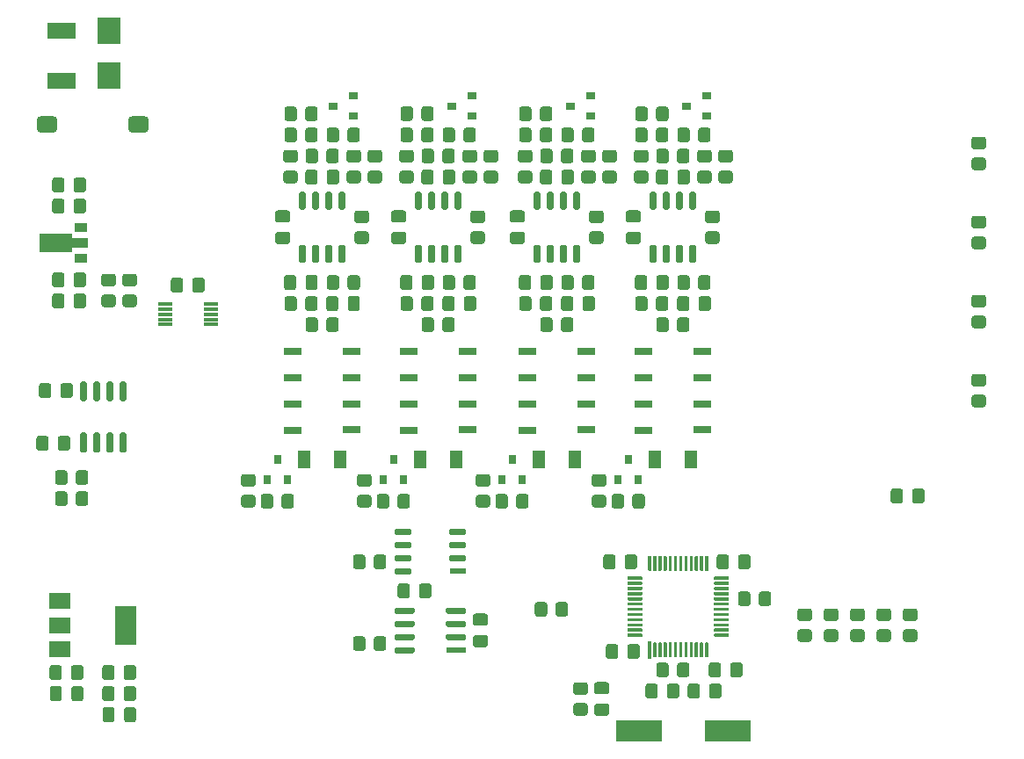
<source format=gbr>
%TF.GenerationSoftware,KiCad,Pcbnew,5.1.10-88a1d61d58~90~ubuntu20.04.1*%
%TF.CreationDate,2021-10-13T19:14:15+02:00*%
%TF.ProjectId,AO_V2,414f5f56-322e-46b6-9963-61645f706362,rev?*%
%TF.SameCoordinates,Original*%
%TF.FileFunction,Paste,Top*%
%TF.FilePolarity,Positive*%
%FSLAX46Y46*%
G04 Gerber Fmt 4.6, Leading zero omitted, Abs format (unit mm)*
G04 Created by KiCad (PCBNEW 5.1.10-88a1d61d58~90~ubuntu20.04.1) date 2021-10-13 19:14:15*
%MOMM*%
%LPD*%
G01*
G04 APERTURE LIST*
%ADD10R,2.700000X1.500000*%
%ADD11R,1.400000X0.300000*%
%ADD12C,0.100000*%
%ADD13R,1.300000X0.900000*%
%ADD14R,2.000000X1.500000*%
%ADD15R,2.000000X3.800000*%
%ADD16R,1.650000X0.600000*%
%ADD17R,1.950000X0.600000*%
%ADD18R,0.800000X0.900000*%
%ADD19R,1.800000X0.800000*%
%ADD20R,0.900000X0.800000*%
%ADD21R,1.300000X1.700000*%
%ADD22R,2.300000X2.500000*%
%ADD23R,0.300000X1.800000*%
%ADD24R,4.500000X2.000000*%
G04 APERTURE END LIST*
%TO.C,FB1*%
G36*
G01*
X96168000Y-86722000D02*
X96168000Y-87522000D01*
G75*
G02*
X95768000Y-87922000I-400000J0D01*
G01*
X94568000Y-87922000D01*
G75*
G02*
X94168000Y-87522000I0J400000D01*
G01*
X94168000Y-86722000D01*
G75*
G02*
X94568000Y-86322000I400000J0D01*
G01*
X95768000Y-86322000D01*
G75*
G02*
X96168000Y-86722000I0J-400000D01*
G01*
G37*
G36*
G01*
X104968000Y-86722000D02*
X104968000Y-87522000D01*
G75*
G02*
X104568000Y-87922000I-400000J0D01*
G01*
X103368000Y-87922000D01*
G75*
G02*
X102968000Y-87522000I0J400000D01*
G01*
X102968000Y-86722000D01*
G75*
G02*
X103368000Y-86322000I400000J0D01*
G01*
X104568000Y-86322000D01*
G75*
G02*
X104968000Y-86722000I0J-400000D01*
G01*
G37*
%TD*%
%TO.C,C14*%
G36*
G01*
X97499500Y-142461000D02*
X97499500Y-141511000D01*
G75*
G02*
X97749500Y-141261000I250000J0D01*
G01*
X98424500Y-141261000D01*
G75*
G02*
X98674500Y-141511000I0J-250000D01*
G01*
X98674500Y-142461000D01*
G75*
G02*
X98424500Y-142711000I-250000J0D01*
G01*
X97749500Y-142711000D01*
G75*
G02*
X97499500Y-142461000I0J250000D01*
G01*
G37*
G36*
G01*
X95424500Y-142461000D02*
X95424500Y-141511000D01*
G75*
G02*
X95674500Y-141261000I250000J0D01*
G01*
X96349500Y-141261000D01*
G75*
G02*
X96599500Y-141511000I0J-250000D01*
G01*
X96599500Y-142461000D01*
G75*
G02*
X96349500Y-142711000I-250000J0D01*
G01*
X95674500Y-142711000D01*
G75*
G02*
X95424500Y-142461000I0J250000D01*
G01*
G37*
%TD*%
%TO.C,C38*%
G36*
G01*
X151163000Y-97478000D02*
X152113000Y-97478000D01*
G75*
G02*
X152363000Y-97728000I0J-250000D01*
G01*
X152363000Y-98403000D01*
G75*
G02*
X152113000Y-98653000I-250000J0D01*
G01*
X151163000Y-98653000D01*
G75*
G02*
X150913000Y-98403000I0J250000D01*
G01*
X150913000Y-97728000D01*
G75*
G02*
X151163000Y-97478000I250000J0D01*
G01*
G37*
G36*
G01*
X151163000Y-95403000D02*
X152113000Y-95403000D01*
G75*
G02*
X152363000Y-95653000I0J-250000D01*
G01*
X152363000Y-96328000D01*
G75*
G02*
X152113000Y-96578000I-250000J0D01*
G01*
X151163000Y-96578000D01*
G75*
G02*
X150913000Y-96328000I0J250000D01*
G01*
X150913000Y-95653000D01*
G75*
G02*
X151163000Y-95403000I250000J0D01*
G01*
G37*
%TD*%
%TO.C,C37*%
G36*
G01*
X139987000Y-97478000D02*
X140937000Y-97478000D01*
G75*
G02*
X141187000Y-97728000I0J-250000D01*
G01*
X141187000Y-98403000D01*
G75*
G02*
X140937000Y-98653000I-250000J0D01*
G01*
X139987000Y-98653000D01*
G75*
G02*
X139737000Y-98403000I0J250000D01*
G01*
X139737000Y-97728000D01*
G75*
G02*
X139987000Y-97478000I250000J0D01*
G01*
G37*
G36*
G01*
X139987000Y-95403000D02*
X140937000Y-95403000D01*
G75*
G02*
X141187000Y-95653000I0J-250000D01*
G01*
X141187000Y-96328000D01*
G75*
G02*
X140937000Y-96578000I-250000J0D01*
G01*
X139987000Y-96578000D01*
G75*
G02*
X139737000Y-96328000I0J250000D01*
G01*
X139737000Y-95653000D01*
G75*
G02*
X139987000Y-95403000I250000J0D01*
G01*
G37*
%TD*%
D10*
%TO.C,D5*%
X96520000Y-78118000D03*
X96520000Y-82918000D03*
%TD*%
%TO.C,R1*%
G36*
G01*
X146107999Y-142894000D02*
X147008001Y-142894000D01*
G75*
G02*
X147258000Y-143143999I0J-249999D01*
G01*
X147258000Y-143844001D01*
G75*
G02*
X147008001Y-144094000I-249999J0D01*
G01*
X146107999Y-144094000D01*
G75*
G02*
X145858000Y-143844001I0J249999D01*
G01*
X145858000Y-143143999D01*
G75*
G02*
X146107999Y-142894000I249999J0D01*
G01*
G37*
G36*
G01*
X146107999Y-140894000D02*
X147008001Y-140894000D01*
G75*
G02*
X147258000Y-141143999I0J-249999D01*
G01*
X147258000Y-141844001D01*
G75*
G02*
X147008001Y-142094000I-249999J0D01*
G01*
X146107999Y-142094000D01*
G75*
G02*
X145858000Y-141844001I0J249999D01*
G01*
X145858000Y-141143999D01*
G75*
G02*
X146107999Y-140894000I249999J0D01*
G01*
G37*
%TD*%
%TO.C,R2*%
G36*
G01*
X155048000Y-139249999D02*
X155048000Y-140150001D01*
G75*
G02*
X154798001Y-140400000I-249999J0D01*
G01*
X154097999Y-140400000D01*
G75*
G02*
X153848000Y-140150001I0J249999D01*
G01*
X153848000Y-139249999D01*
G75*
G02*
X154097999Y-139000000I249999J0D01*
G01*
X154798001Y-139000000D01*
G75*
G02*
X155048000Y-139249999I0J-249999D01*
G01*
G37*
G36*
G01*
X157048000Y-139249999D02*
X157048000Y-140150001D01*
G75*
G02*
X156798001Y-140400000I-249999J0D01*
G01*
X156097999Y-140400000D01*
G75*
G02*
X155848000Y-140150001I0J249999D01*
G01*
X155848000Y-139249999D01*
G75*
G02*
X156097999Y-139000000I249999J0D01*
G01*
X156798001Y-139000000D01*
G75*
G02*
X157048000Y-139249999I0J-249999D01*
G01*
G37*
%TD*%
%TO.C,R3*%
G36*
G01*
X143348000Y-133407999D02*
X143348000Y-134308001D01*
G75*
G02*
X143098001Y-134558000I-249999J0D01*
G01*
X142397999Y-134558000D01*
G75*
G02*
X142148000Y-134308001I0J249999D01*
G01*
X142148000Y-133407999D01*
G75*
G02*
X142397999Y-133158000I249999J0D01*
G01*
X143098001Y-133158000D01*
G75*
G02*
X143348000Y-133407999I0J-249999D01*
G01*
G37*
G36*
G01*
X145348000Y-133407999D02*
X145348000Y-134308001D01*
G75*
G02*
X145098001Y-134558000I-249999J0D01*
G01*
X144397999Y-134558000D01*
G75*
G02*
X144148000Y-134308001I0J249999D01*
G01*
X144148000Y-133407999D01*
G75*
G02*
X144397999Y-133158000I249999J0D01*
G01*
X145098001Y-133158000D01*
G75*
G02*
X145348000Y-133407999I0J-249999D01*
G01*
G37*
%TD*%
%TO.C,R4*%
G36*
G01*
X163722000Y-133292001D02*
X163722000Y-132391999D01*
G75*
G02*
X163971999Y-132142000I249999J0D01*
G01*
X164672001Y-132142000D01*
G75*
G02*
X164922000Y-132391999I0J-249999D01*
G01*
X164922000Y-133292001D01*
G75*
G02*
X164672001Y-133542000I-249999J0D01*
G01*
X163971999Y-133542000D01*
G75*
G02*
X163722000Y-133292001I0J249999D01*
G01*
G37*
G36*
G01*
X161722000Y-133292001D02*
X161722000Y-132391999D01*
G75*
G02*
X161971999Y-132142000I249999J0D01*
G01*
X162672001Y-132142000D01*
G75*
G02*
X162922000Y-132391999I0J-249999D01*
G01*
X162922000Y-133292001D01*
G75*
G02*
X162672001Y-133542000I-249999J0D01*
G01*
X161971999Y-133542000D01*
G75*
G02*
X161722000Y-133292001I0J249999D01*
G01*
G37*
%TD*%
%TO.C,R6*%
G36*
G01*
X125838000Y-128835999D02*
X125838000Y-129736001D01*
G75*
G02*
X125588001Y-129986000I-249999J0D01*
G01*
X124887999Y-129986000D01*
G75*
G02*
X124638000Y-129736001I0J249999D01*
G01*
X124638000Y-128835999D01*
G75*
G02*
X124887999Y-128586000I249999J0D01*
G01*
X125588001Y-128586000D01*
G75*
G02*
X125838000Y-128835999I0J-249999D01*
G01*
G37*
G36*
G01*
X127838000Y-128835999D02*
X127838000Y-129736001D01*
G75*
G02*
X127588001Y-129986000I-249999J0D01*
G01*
X126887999Y-129986000D01*
G75*
G02*
X126638000Y-129736001I0J249999D01*
G01*
X126638000Y-128835999D01*
G75*
G02*
X126887999Y-128586000I249999J0D01*
G01*
X127588001Y-128586000D01*
G75*
G02*
X127838000Y-128835999I0J-249999D01*
G01*
G37*
%TD*%
%TO.C,R8*%
G36*
G01*
X125838000Y-136709999D02*
X125838000Y-137610001D01*
G75*
G02*
X125588001Y-137860000I-249999J0D01*
G01*
X124887999Y-137860000D01*
G75*
G02*
X124638000Y-137610001I0J249999D01*
G01*
X124638000Y-136709999D01*
G75*
G02*
X124887999Y-136460000I249999J0D01*
G01*
X125588001Y-136460000D01*
G75*
G02*
X125838000Y-136709999I0J-249999D01*
G01*
G37*
G36*
G01*
X127838000Y-136709999D02*
X127838000Y-137610001D01*
G75*
G02*
X127588001Y-137860000I-249999J0D01*
G01*
X126887999Y-137860000D01*
G75*
G02*
X126638000Y-137610001I0J249999D01*
G01*
X126638000Y-136709999D01*
G75*
G02*
X126887999Y-136460000I249999J0D01*
G01*
X127588001Y-136460000D01*
G75*
G02*
X127838000Y-136709999I0J-249999D01*
G01*
G37*
%TD*%
%TO.C,R9*%
G36*
G01*
X168598001Y-134982000D02*
X167697999Y-134982000D01*
G75*
G02*
X167448000Y-134732001I0J249999D01*
G01*
X167448000Y-134031999D01*
G75*
G02*
X167697999Y-133782000I249999J0D01*
G01*
X168598001Y-133782000D01*
G75*
G02*
X168848000Y-134031999I0J-249999D01*
G01*
X168848000Y-134732001D01*
G75*
G02*
X168598001Y-134982000I-249999J0D01*
G01*
G37*
G36*
G01*
X168598001Y-136982000D02*
X167697999Y-136982000D01*
G75*
G02*
X167448000Y-136732001I0J249999D01*
G01*
X167448000Y-136031999D01*
G75*
G02*
X167697999Y-135782000I249999J0D01*
G01*
X168598001Y-135782000D01*
G75*
G02*
X168848000Y-136031999I0J-249999D01*
G01*
X168848000Y-136732001D01*
G75*
G02*
X168598001Y-136982000I-249999J0D01*
G01*
G37*
%TD*%
%TO.C,R10*%
G36*
G01*
X171138001Y-134982000D02*
X170237999Y-134982000D01*
G75*
G02*
X169988000Y-134732001I0J249999D01*
G01*
X169988000Y-134031999D01*
G75*
G02*
X170237999Y-133782000I249999J0D01*
G01*
X171138001Y-133782000D01*
G75*
G02*
X171388000Y-134031999I0J-249999D01*
G01*
X171388000Y-134732001D01*
G75*
G02*
X171138001Y-134982000I-249999J0D01*
G01*
G37*
G36*
G01*
X171138001Y-136982000D02*
X170237999Y-136982000D01*
G75*
G02*
X169988000Y-136732001I0J249999D01*
G01*
X169988000Y-136031999D01*
G75*
G02*
X170237999Y-135782000I249999J0D01*
G01*
X171138001Y-135782000D01*
G75*
G02*
X171388000Y-136031999I0J-249999D01*
G01*
X171388000Y-136732001D01*
G75*
G02*
X171138001Y-136982000I-249999J0D01*
G01*
G37*
%TD*%
%TO.C,R11*%
G36*
G01*
X173678001Y-134982000D02*
X172777999Y-134982000D01*
G75*
G02*
X172528000Y-134732001I0J249999D01*
G01*
X172528000Y-134031999D01*
G75*
G02*
X172777999Y-133782000I249999J0D01*
G01*
X173678001Y-133782000D01*
G75*
G02*
X173928000Y-134031999I0J-249999D01*
G01*
X173928000Y-134732001D01*
G75*
G02*
X173678001Y-134982000I-249999J0D01*
G01*
G37*
G36*
G01*
X173678001Y-136982000D02*
X172777999Y-136982000D01*
G75*
G02*
X172528000Y-136732001I0J249999D01*
G01*
X172528000Y-136031999D01*
G75*
G02*
X172777999Y-135782000I249999J0D01*
G01*
X173678001Y-135782000D01*
G75*
G02*
X173928000Y-136031999I0J-249999D01*
G01*
X173928000Y-136732001D01*
G75*
G02*
X173678001Y-136982000I-249999J0D01*
G01*
G37*
%TD*%
%TO.C,R12*%
G36*
G01*
X176218001Y-134982000D02*
X175317999Y-134982000D01*
G75*
G02*
X175068000Y-134732001I0J249999D01*
G01*
X175068000Y-134031999D01*
G75*
G02*
X175317999Y-133782000I249999J0D01*
G01*
X176218001Y-133782000D01*
G75*
G02*
X176468000Y-134031999I0J-249999D01*
G01*
X176468000Y-134732001D01*
G75*
G02*
X176218001Y-134982000I-249999J0D01*
G01*
G37*
G36*
G01*
X176218001Y-136982000D02*
X175317999Y-136982000D01*
G75*
G02*
X175068000Y-136732001I0J249999D01*
G01*
X175068000Y-136031999D01*
G75*
G02*
X175317999Y-135782000I249999J0D01*
G01*
X176218001Y-135782000D01*
G75*
G02*
X176468000Y-136031999I0J-249999D01*
G01*
X176468000Y-136732001D01*
G75*
G02*
X176218001Y-136982000I-249999J0D01*
G01*
G37*
%TD*%
%TO.C,R13*%
G36*
G01*
X184461999Y-113176000D02*
X185362001Y-113176000D01*
G75*
G02*
X185612000Y-113425999I0J-249999D01*
G01*
X185612000Y-114126001D01*
G75*
G02*
X185362001Y-114376000I-249999J0D01*
G01*
X184461999Y-114376000D01*
G75*
G02*
X184212000Y-114126001I0J249999D01*
G01*
X184212000Y-113425999D01*
G75*
G02*
X184461999Y-113176000I249999J0D01*
G01*
G37*
G36*
G01*
X184461999Y-111176000D02*
X185362001Y-111176000D01*
G75*
G02*
X185612000Y-111425999I0J-249999D01*
G01*
X185612000Y-112126001D01*
G75*
G02*
X185362001Y-112376000I-249999J0D01*
G01*
X184461999Y-112376000D01*
G75*
G02*
X184212000Y-112126001I0J249999D01*
G01*
X184212000Y-111425999D01*
G75*
G02*
X184461999Y-111176000I249999J0D01*
G01*
G37*
%TD*%
%TO.C,R14*%
G36*
G01*
X184461999Y-105556000D02*
X185362001Y-105556000D01*
G75*
G02*
X185612000Y-105805999I0J-249999D01*
G01*
X185612000Y-106506001D01*
G75*
G02*
X185362001Y-106756000I-249999J0D01*
G01*
X184461999Y-106756000D01*
G75*
G02*
X184212000Y-106506001I0J249999D01*
G01*
X184212000Y-105805999D01*
G75*
G02*
X184461999Y-105556000I249999J0D01*
G01*
G37*
G36*
G01*
X184461999Y-103556000D02*
X185362001Y-103556000D01*
G75*
G02*
X185612000Y-103805999I0J-249999D01*
G01*
X185612000Y-104506001D01*
G75*
G02*
X185362001Y-104756000I-249999J0D01*
G01*
X184461999Y-104756000D01*
G75*
G02*
X184212000Y-104506001I0J249999D01*
G01*
X184212000Y-103805999D01*
G75*
G02*
X184461999Y-103556000I249999J0D01*
G01*
G37*
%TD*%
%TO.C,R15*%
G36*
G01*
X184461999Y-97936000D02*
X185362001Y-97936000D01*
G75*
G02*
X185612000Y-98185999I0J-249999D01*
G01*
X185612000Y-98886001D01*
G75*
G02*
X185362001Y-99136000I-249999J0D01*
G01*
X184461999Y-99136000D01*
G75*
G02*
X184212000Y-98886001I0J249999D01*
G01*
X184212000Y-98185999D01*
G75*
G02*
X184461999Y-97936000I249999J0D01*
G01*
G37*
G36*
G01*
X184461999Y-95936000D02*
X185362001Y-95936000D01*
G75*
G02*
X185612000Y-96185999I0J-249999D01*
G01*
X185612000Y-96886001D01*
G75*
G02*
X185362001Y-97136000I-249999J0D01*
G01*
X184461999Y-97136000D01*
G75*
G02*
X184212000Y-96886001I0J249999D01*
G01*
X184212000Y-96185999D01*
G75*
G02*
X184461999Y-95936000I249999J0D01*
G01*
G37*
%TD*%
%TO.C,R16*%
G36*
G01*
X184461999Y-90316000D02*
X185362001Y-90316000D01*
G75*
G02*
X185612000Y-90565999I0J-249999D01*
G01*
X185612000Y-91266001D01*
G75*
G02*
X185362001Y-91516000I-249999J0D01*
G01*
X184461999Y-91516000D01*
G75*
G02*
X184212000Y-91266001I0J249999D01*
G01*
X184212000Y-90565999D01*
G75*
G02*
X184461999Y-90316000I249999J0D01*
G01*
G37*
G36*
G01*
X184461999Y-88316000D02*
X185362001Y-88316000D01*
G75*
G02*
X185612000Y-88565999I0J-249999D01*
G01*
X185612000Y-89266001D01*
G75*
G02*
X185362001Y-89516000I-249999J0D01*
G01*
X184461999Y-89516000D01*
G75*
G02*
X184212000Y-89266001I0J249999D01*
G01*
X184212000Y-88565999D01*
G75*
G02*
X184461999Y-88316000I249999J0D01*
G01*
G37*
%TD*%
%TO.C,R17*%
G36*
G01*
X178758001Y-134982000D02*
X177857999Y-134982000D01*
G75*
G02*
X177608000Y-134732001I0J249999D01*
G01*
X177608000Y-134031999D01*
G75*
G02*
X177857999Y-133782000I249999J0D01*
G01*
X178758001Y-133782000D01*
G75*
G02*
X179008000Y-134031999I0J-249999D01*
G01*
X179008000Y-134732001D01*
G75*
G02*
X178758001Y-134982000I-249999J0D01*
G01*
G37*
G36*
G01*
X178758001Y-136982000D02*
X177857999Y-136982000D01*
G75*
G02*
X177608000Y-136732001I0J249999D01*
G01*
X177608000Y-136031999D01*
G75*
G02*
X177857999Y-135782000I249999J0D01*
G01*
X178758001Y-135782000D01*
G75*
G02*
X179008000Y-136031999I0J-249999D01*
G01*
X179008000Y-136732001D01*
G75*
G02*
X178758001Y-136982000I-249999J0D01*
G01*
G37*
%TD*%
%TO.C,R18*%
G36*
G01*
X114103999Y-122828000D02*
X115004001Y-122828000D01*
G75*
G02*
X115254000Y-123077999I0J-249999D01*
G01*
X115254000Y-123778001D01*
G75*
G02*
X115004001Y-124028000I-249999J0D01*
G01*
X114103999Y-124028000D01*
G75*
G02*
X113854000Y-123778001I0J249999D01*
G01*
X113854000Y-123077999D01*
G75*
G02*
X114103999Y-122828000I249999J0D01*
G01*
G37*
G36*
G01*
X114103999Y-120828000D02*
X115004001Y-120828000D01*
G75*
G02*
X115254000Y-121077999I0J-249999D01*
G01*
X115254000Y-121778001D01*
G75*
G02*
X115004001Y-122028000I-249999J0D01*
G01*
X114103999Y-122028000D01*
G75*
G02*
X113854000Y-121778001I0J249999D01*
G01*
X113854000Y-121077999D01*
G75*
G02*
X114103999Y-120828000I249999J0D01*
G01*
G37*
%TD*%
%TO.C,R19*%
G36*
G01*
X116948000Y-122993999D02*
X116948000Y-123894001D01*
G75*
G02*
X116698001Y-124144000I-249999J0D01*
G01*
X115997999Y-124144000D01*
G75*
G02*
X115748000Y-123894001I0J249999D01*
G01*
X115748000Y-122993999D01*
G75*
G02*
X115997999Y-122744000I249999J0D01*
G01*
X116698001Y-122744000D01*
G75*
G02*
X116948000Y-122993999I0J-249999D01*
G01*
G37*
G36*
G01*
X118948000Y-122993999D02*
X118948000Y-123894001D01*
G75*
G02*
X118698001Y-124144000I-249999J0D01*
G01*
X117997999Y-124144000D01*
G75*
G02*
X117748000Y-123894001I0J249999D01*
G01*
X117748000Y-122993999D01*
G75*
G02*
X117997999Y-122744000I249999J0D01*
G01*
X118698001Y-122744000D01*
G75*
G02*
X118948000Y-122993999I0J-249999D01*
G01*
G37*
%TD*%
%TO.C,R20*%
G36*
G01*
X125279999Y-122828000D02*
X126180001Y-122828000D01*
G75*
G02*
X126430000Y-123077999I0J-249999D01*
G01*
X126430000Y-123778001D01*
G75*
G02*
X126180001Y-124028000I-249999J0D01*
G01*
X125279999Y-124028000D01*
G75*
G02*
X125030000Y-123778001I0J249999D01*
G01*
X125030000Y-123077999D01*
G75*
G02*
X125279999Y-122828000I249999J0D01*
G01*
G37*
G36*
G01*
X125279999Y-120828000D02*
X126180001Y-120828000D01*
G75*
G02*
X126430000Y-121077999I0J-249999D01*
G01*
X126430000Y-121778001D01*
G75*
G02*
X126180001Y-122028000I-249999J0D01*
G01*
X125279999Y-122028000D01*
G75*
G02*
X125030000Y-121778001I0J249999D01*
G01*
X125030000Y-121077999D01*
G75*
G02*
X125279999Y-120828000I249999J0D01*
G01*
G37*
%TD*%
%TO.C,R21*%
G36*
G01*
X128124000Y-122993999D02*
X128124000Y-123894001D01*
G75*
G02*
X127874001Y-124144000I-249999J0D01*
G01*
X127173999Y-124144000D01*
G75*
G02*
X126924000Y-123894001I0J249999D01*
G01*
X126924000Y-122993999D01*
G75*
G02*
X127173999Y-122744000I249999J0D01*
G01*
X127874001Y-122744000D01*
G75*
G02*
X128124000Y-122993999I0J-249999D01*
G01*
G37*
G36*
G01*
X130124000Y-122993999D02*
X130124000Y-123894001D01*
G75*
G02*
X129874001Y-124144000I-249999J0D01*
G01*
X129173999Y-124144000D01*
G75*
G02*
X128924000Y-123894001I0J249999D01*
G01*
X128924000Y-122993999D01*
G75*
G02*
X129173999Y-122744000I249999J0D01*
G01*
X129874001Y-122744000D01*
G75*
G02*
X130124000Y-122993999I0J-249999D01*
G01*
G37*
%TD*%
%TO.C,R22*%
G36*
G01*
X136709999Y-122828000D02*
X137610001Y-122828000D01*
G75*
G02*
X137860000Y-123077999I0J-249999D01*
G01*
X137860000Y-123778001D01*
G75*
G02*
X137610001Y-124028000I-249999J0D01*
G01*
X136709999Y-124028000D01*
G75*
G02*
X136460000Y-123778001I0J249999D01*
G01*
X136460000Y-123077999D01*
G75*
G02*
X136709999Y-122828000I249999J0D01*
G01*
G37*
G36*
G01*
X136709999Y-120828000D02*
X137610001Y-120828000D01*
G75*
G02*
X137860000Y-121077999I0J-249999D01*
G01*
X137860000Y-121778001D01*
G75*
G02*
X137610001Y-122028000I-249999J0D01*
G01*
X136709999Y-122028000D01*
G75*
G02*
X136460000Y-121778001I0J249999D01*
G01*
X136460000Y-121077999D01*
G75*
G02*
X136709999Y-120828000I249999J0D01*
G01*
G37*
%TD*%
%TO.C,R23*%
G36*
G01*
X139554000Y-122993999D02*
X139554000Y-123894001D01*
G75*
G02*
X139304001Y-124144000I-249999J0D01*
G01*
X138603999Y-124144000D01*
G75*
G02*
X138354000Y-123894001I0J249999D01*
G01*
X138354000Y-122993999D01*
G75*
G02*
X138603999Y-122744000I249999J0D01*
G01*
X139304001Y-122744000D01*
G75*
G02*
X139554000Y-122993999I0J-249999D01*
G01*
G37*
G36*
G01*
X141554000Y-122993999D02*
X141554000Y-123894001D01*
G75*
G02*
X141304001Y-124144000I-249999J0D01*
G01*
X140603999Y-124144000D01*
G75*
G02*
X140354000Y-123894001I0J249999D01*
G01*
X140354000Y-122993999D01*
G75*
G02*
X140603999Y-122744000I249999J0D01*
G01*
X141304001Y-122744000D01*
G75*
G02*
X141554000Y-122993999I0J-249999D01*
G01*
G37*
%TD*%
%TO.C,R24*%
G36*
G01*
X147885999Y-122828000D02*
X148786001Y-122828000D01*
G75*
G02*
X149036000Y-123077999I0J-249999D01*
G01*
X149036000Y-123778001D01*
G75*
G02*
X148786001Y-124028000I-249999J0D01*
G01*
X147885999Y-124028000D01*
G75*
G02*
X147636000Y-123778001I0J249999D01*
G01*
X147636000Y-123077999D01*
G75*
G02*
X147885999Y-122828000I249999J0D01*
G01*
G37*
G36*
G01*
X147885999Y-120828000D02*
X148786001Y-120828000D01*
G75*
G02*
X149036000Y-121077999I0J-249999D01*
G01*
X149036000Y-121778001D01*
G75*
G02*
X148786001Y-122028000I-249999J0D01*
G01*
X147885999Y-122028000D01*
G75*
G02*
X147636000Y-121778001I0J249999D01*
G01*
X147636000Y-121077999D01*
G75*
G02*
X147885999Y-120828000I249999J0D01*
G01*
G37*
%TD*%
%TO.C,R25*%
G36*
G01*
X150746000Y-122993999D02*
X150746000Y-123894001D01*
G75*
G02*
X150496001Y-124144000I-249999J0D01*
G01*
X149795999Y-124144000D01*
G75*
G02*
X149546000Y-123894001I0J249999D01*
G01*
X149546000Y-122993999D01*
G75*
G02*
X149795999Y-122744000I249999J0D01*
G01*
X150496001Y-122744000D01*
G75*
G02*
X150746000Y-122993999I0J-249999D01*
G01*
G37*
G36*
G01*
X152746000Y-122993999D02*
X152746000Y-123894001D01*
G75*
G02*
X152496001Y-124144000I-249999J0D01*
G01*
X151795999Y-124144000D01*
G75*
G02*
X151546000Y-123894001I0J249999D01*
G01*
X151546000Y-122993999D01*
G75*
G02*
X151795999Y-122744000I249999J0D01*
G01*
X152496001Y-122744000D01*
G75*
G02*
X152746000Y-122993999I0J-249999D01*
G01*
G37*
%TD*%
%TO.C,R26*%
G36*
G01*
X97136000Y-122739999D02*
X97136000Y-123640001D01*
G75*
G02*
X96886001Y-123890000I-249999J0D01*
G01*
X96185999Y-123890000D01*
G75*
G02*
X95936000Y-123640001I0J249999D01*
G01*
X95936000Y-122739999D01*
G75*
G02*
X96185999Y-122490000I249999J0D01*
G01*
X96886001Y-122490000D01*
G75*
G02*
X97136000Y-122739999I0J-249999D01*
G01*
G37*
G36*
G01*
X99136000Y-122739999D02*
X99136000Y-123640001D01*
G75*
G02*
X98886001Y-123890000I-249999J0D01*
G01*
X98185999Y-123890000D01*
G75*
G02*
X97936000Y-123640001I0J249999D01*
G01*
X97936000Y-122739999D01*
G75*
G02*
X98185999Y-122490000I249999J0D01*
G01*
X98886001Y-122490000D01*
G75*
G02*
X99136000Y-122739999I0J-249999D01*
G01*
G37*
%TD*%
%TO.C,R27*%
G36*
G01*
X97136000Y-120707999D02*
X97136000Y-121608001D01*
G75*
G02*
X96886001Y-121858000I-249999J0D01*
G01*
X96185999Y-121858000D01*
G75*
G02*
X95936000Y-121608001I0J249999D01*
G01*
X95936000Y-120707999D01*
G75*
G02*
X96185999Y-120458000I249999J0D01*
G01*
X96886001Y-120458000D01*
G75*
G02*
X97136000Y-120707999I0J-249999D01*
G01*
G37*
G36*
G01*
X99136000Y-120707999D02*
X99136000Y-121608001D01*
G75*
G02*
X98886001Y-121858000I-249999J0D01*
G01*
X98185999Y-121858000D01*
G75*
G02*
X97936000Y-121608001I0J249999D01*
G01*
X97936000Y-120707999D01*
G75*
G02*
X98185999Y-120458000I249999J0D01*
G01*
X98886001Y-120458000D01*
G75*
G02*
X99136000Y-120707999I0J-249999D01*
G01*
G37*
%TD*%
%TO.C,R28*%
G36*
G01*
X102673999Y-103524000D02*
X103574001Y-103524000D01*
G75*
G02*
X103824000Y-103773999I0J-249999D01*
G01*
X103824000Y-104474001D01*
G75*
G02*
X103574001Y-104724000I-249999J0D01*
G01*
X102673999Y-104724000D01*
G75*
G02*
X102424000Y-104474001I0J249999D01*
G01*
X102424000Y-103773999D01*
G75*
G02*
X102673999Y-103524000I249999J0D01*
G01*
G37*
G36*
G01*
X102673999Y-101524000D02*
X103574001Y-101524000D01*
G75*
G02*
X103824000Y-101773999I0J-249999D01*
G01*
X103824000Y-102474001D01*
G75*
G02*
X103574001Y-102724000I-249999J0D01*
G01*
X102673999Y-102724000D01*
G75*
G02*
X102424000Y-102474001I0J249999D01*
G01*
X102424000Y-101773999D01*
G75*
G02*
X102673999Y-101524000I249999J0D01*
G01*
G37*
%TD*%
%TO.C,R29*%
G36*
G01*
X100641999Y-103524000D02*
X101542001Y-103524000D01*
G75*
G02*
X101792000Y-103773999I0J-249999D01*
G01*
X101792000Y-104474001D01*
G75*
G02*
X101542001Y-104724000I-249999J0D01*
G01*
X100641999Y-104724000D01*
G75*
G02*
X100392000Y-104474001I0J249999D01*
G01*
X100392000Y-103773999D01*
G75*
G02*
X100641999Y-103524000I249999J0D01*
G01*
G37*
G36*
G01*
X100641999Y-101524000D02*
X101542001Y-101524000D01*
G75*
G02*
X101792000Y-101773999I0J-249999D01*
G01*
X101792000Y-102474001D01*
G75*
G02*
X101542001Y-102724000I-249999J0D01*
G01*
X100641999Y-102724000D01*
G75*
G02*
X100392000Y-102474001I0J249999D01*
G01*
X100392000Y-101773999D01*
G75*
G02*
X100641999Y-101524000I249999J0D01*
G01*
G37*
%TD*%
%TO.C,R30*%
G36*
G01*
X121266000Y-105975999D02*
X121266000Y-106876001D01*
G75*
G02*
X121016001Y-107126000I-249999J0D01*
G01*
X120315999Y-107126000D01*
G75*
G02*
X120066000Y-106876001I0J249999D01*
G01*
X120066000Y-105975999D01*
G75*
G02*
X120315999Y-105726000I249999J0D01*
G01*
X121016001Y-105726000D01*
G75*
G02*
X121266000Y-105975999I0J-249999D01*
G01*
G37*
G36*
G01*
X123266000Y-105975999D02*
X123266000Y-106876001D01*
G75*
G02*
X123016001Y-107126000I-249999J0D01*
G01*
X122315999Y-107126000D01*
G75*
G02*
X122066000Y-106876001I0J249999D01*
G01*
X122066000Y-105975999D01*
G75*
G02*
X122315999Y-105726000I249999J0D01*
G01*
X123016001Y-105726000D01*
G75*
G02*
X123266000Y-105975999I0J-249999D01*
G01*
G37*
%TD*%
%TO.C,R31*%
G36*
G01*
X132442000Y-105975999D02*
X132442000Y-106876001D01*
G75*
G02*
X132192001Y-107126000I-249999J0D01*
G01*
X131491999Y-107126000D01*
G75*
G02*
X131242000Y-106876001I0J249999D01*
G01*
X131242000Y-105975999D01*
G75*
G02*
X131491999Y-105726000I249999J0D01*
G01*
X132192001Y-105726000D01*
G75*
G02*
X132442000Y-105975999I0J-249999D01*
G01*
G37*
G36*
G01*
X134442000Y-105975999D02*
X134442000Y-106876001D01*
G75*
G02*
X134192001Y-107126000I-249999J0D01*
G01*
X133491999Y-107126000D01*
G75*
G02*
X133242000Y-106876001I0J249999D01*
G01*
X133242000Y-105975999D01*
G75*
G02*
X133491999Y-105726000I249999J0D01*
G01*
X134192001Y-105726000D01*
G75*
G02*
X134442000Y-105975999I0J-249999D01*
G01*
G37*
%TD*%
%TO.C,R32*%
G36*
G01*
X143872000Y-105975999D02*
X143872000Y-106876001D01*
G75*
G02*
X143622001Y-107126000I-249999J0D01*
G01*
X142921999Y-107126000D01*
G75*
G02*
X142672000Y-106876001I0J249999D01*
G01*
X142672000Y-105975999D01*
G75*
G02*
X142921999Y-105726000I249999J0D01*
G01*
X143622001Y-105726000D01*
G75*
G02*
X143872000Y-105975999I0J-249999D01*
G01*
G37*
G36*
G01*
X145872000Y-105975999D02*
X145872000Y-106876001D01*
G75*
G02*
X145622001Y-107126000I-249999J0D01*
G01*
X144921999Y-107126000D01*
G75*
G02*
X144672000Y-106876001I0J249999D01*
G01*
X144672000Y-105975999D01*
G75*
G02*
X144921999Y-105726000I249999J0D01*
G01*
X145622001Y-105726000D01*
G75*
G02*
X145872000Y-105975999I0J-249999D01*
G01*
G37*
%TD*%
%TO.C,R33*%
G36*
G01*
X155048000Y-105975999D02*
X155048000Y-106876001D01*
G75*
G02*
X154798001Y-107126000I-249999J0D01*
G01*
X154097999Y-107126000D01*
G75*
G02*
X153848000Y-106876001I0J249999D01*
G01*
X153848000Y-105975999D01*
G75*
G02*
X154097999Y-105726000I249999J0D01*
G01*
X154798001Y-105726000D01*
G75*
G02*
X155048000Y-105975999I0J-249999D01*
G01*
G37*
G36*
G01*
X157048000Y-105975999D02*
X157048000Y-106876001D01*
G75*
G02*
X156798001Y-107126000I-249999J0D01*
G01*
X156097999Y-107126000D01*
G75*
G02*
X155848000Y-106876001I0J249999D01*
G01*
X155848000Y-105975999D01*
G75*
G02*
X156097999Y-105726000I249999J0D01*
G01*
X156798001Y-105726000D01*
G75*
G02*
X157048000Y-105975999I0J-249999D01*
G01*
G37*
%TD*%
%TO.C,R34*%
G36*
G01*
X120034000Y-104844001D02*
X120034000Y-103943999D01*
G75*
G02*
X120283999Y-103694000I249999J0D01*
G01*
X120984001Y-103694000D01*
G75*
G02*
X121234000Y-103943999I0J-249999D01*
G01*
X121234000Y-104844001D01*
G75*
G02*
X120984001Y-105094000I-249999J0D01*
G01*
X120283999Y-105094000D01*
G75*
G02*
X120034000Y-104844001I0J249999D01*
G01*
G37*
G36*
G01*
X118034000Y-104844001D02*
X118034000Y-103943999D01*
G75*
G02*
X118283999Y-103694000I249999J0D01*
G01*
X118984001Y-103694000D01*
G75*
G02*
X119234000Y-103943999I0J-249999D01*
G01*
X119234000Y-104844001D01*
G75*
G02*
X118984001Y-105094000I-249999J0D01*
G01*
X118283999Y-105094000D01*
G75*
G02*
X118034000Y-104844001I0J249999D01*
G01*
G37*
%TD*%
%TO.C,R35*%
G36*
G01*
X131210000Y-104844001D02*
X131210000Y-103943999D01*
G75*
G02*
X131459999Y-103694000I249999J0D01*
G01*
X132160001Y-103694000D01*
G75*
G02*
X132410000Y-103943999I0J-249999D01*
G01*
X132410000Y-104844001D01*
G75*
G02*
X132160001Y-105094000I-249999J0D01*
G01*
X131459999Y-105094000D01*
G75*
G02*
X131210000Y-104844001I0J249999D01*
G01*
G37*
G36*
G01*
X129210000Y-104844001D02*
X129210000Y-103943999D01*
G75*
G02*
X129459999Y-103694000I249999J0D01*
G01*
X130160001Y-103694000D01*
G75*
G02*
X130410000Y-103943999I0J-249999D01*
G01*
X130410000Y-104844001D01*
G75*
G02*
X130160001Y-105094000I-249999J0D01*
G01*
X129459999Y-105094000D01*
G75*
G02*
X129210000Y-104844001I0J249999D01*
G01*
G37*
%TD*%
%TO.C,R36*%
G36*
G01*
X142640000Y-104844001D02*
X142640000Y-103943999D01*
G75*
G02*
X142889999Y-103694000I249999J0D01*
G01*
X143590001Y-103694000D01*
G75*
G02*
X143840000Y-103943999I0J-249999D01*
G01*
X143840000Y-104844001D01*
G75*
G02*
X143590001Y-105094000I-249999J0D01*
G01*
X142889999Y-105094000D01*
G75*
G02*
X142640000Y-104844001I0J249999D01*
G01*
G37*
G36*
G01*
X140640000Y-104844001D02*
X140640000Y-103943999D01*
G75*
G02*
X140889999Y-103694000I249999J0D01*
G01*
X141590001Y-103694000D01*
G75*
G02*
X141840000Y-103943999I0J-249999D01*
G01*
X141840000Y-104844001D01*
G75*
G02*
X141590001Y-105094000I-249999J0D01*
G01*
X140889999Y-105094000D01*
G75*
G02*
X140640000Y-104844001I0J249999D01*
G01*
G37*
%TD*%
%TO.C,R37*%
G36*
G01*
X153816000Y-104844001D02*
X153816000Y-103943999D01*
G75*
G02*
X154065999Y-103694000I249999J0D01*
G01*
X154766001Y-103694000D01*
G75*
G02*
X155016000Y-103943999I0J-249999D01*
G01*
X155016000Y-104844001D01*
G75*
G02*
X154766001Y-105094000I-249999J0D01*
G01*
X154065999Y-105094000D01*
G75*
G02*
X153816000Y-104844001I0J249999D01*
G01*
G37*
G36*
G01*
X151816000Y-104844001D02*
X151816000Y-103943999D01*
G75*
G02*
X152065999Y-103694000I249999J0D01*
G01*
X152766001Y-103694000D01*
G75*
G02*
X153016000Y-103943999I0J-249999D01*
G01*
X153016000Y-104844001D01*
G75*
G02*
X152766001Y-105094000I-249999J0D01*
G01*
X152065999Y-105094000D01*
G75*
G02*
X151816000Y-104844001I0J249999D01*
G01*
G37*
%TD*%
%TO.C,R38*%
G36*
G01*
X124114000Y-102812001D02*
X124114000Y-101911999D01*
G75*
G02*
X124363999Y-101662000I249999J0D01*
G01*
X125064001Y-101662000D01*
G75*
G02*
X125314000Y-101911999I0J-249999D01*
G01*
X125314000Y-102812001D01*
G75*
G02*
X125064001Y-103062000I-249999J0D01*
G01*
X124363999Y-103062000D01*
G75*
G02*
X124114000Y-102812001I0J249999D01*
G01*
G37*
G36*
G01*
X122114000Y-102812001D02*
X122114000Y-101911999D01*
G75*
G02*
X122363999Y-101662000I249999J0D01*
G01*
X123064001Y-101662000D01*
G75*
G02*
X123314000Y-101911999I0J-249999D01*
G01*
X123314000Y-102812001D01*
G75*
G02*
X123064001Y-103062000I-249999J0D01*
G01*
X122363999Y-103062000D01*
G75*
G02*
X122114000Y-102812001I0J249999D01*
G01*
G37*
%TD*%
%TO.C,R39*%
G36*
G01*
X135274000Y-102812001D02*
X135274000Y-101911999D01*
G75*
G02*
X135523999Y-101662000I249999J0D01*
G01*
X136224001Y-101662000D01*
G75*
G02*
X136474000Y-101911999I0J-249999D01*
G01*
X136474000Y-102812001D01*
G75*
G02*
X136224001Y-103062000I-249999J0D01*
G01*
X135523999Y-103062000D01*
G75*
G02*
X135274000Y-102812001I0J249999D01*
G01*
G37*
G36*
G01*
X133274000Y-102812001D02*
X133274000Y-101911999D01*
G75*
G02*
X133523999Y-101662000I249999J0D01*
G01*
X134224001Y-101662000D01*
G75*
G02*
X134474000Y-101911999I0J-249999D01*
G01*
X134474000Y-102812001D01*
G75*
G02*
X134224001Y-103062000I-249999J0D01*
G01*
X133523999Y-103062000D01*
G75*
G02*
X133274000Y-102812001I0J249999D01*
G01*
G37*
%TD*%
%TO.C,R40*%
G36*
G01*
X146704000Y-102812001D02*
X146704000Y-101911999D01*
G75*
G02*
X146953999Y-101662000I249999J0D01*
G01*
X147654001Y-101662000D01*
G75*
G02*
X147904000Y-101911999I0J-249999D01*
G01*
X147904000Y-102812001D01*
G75*
G02*
X147654001Y-103062000I-249999J0D01*
G01*
X146953999Y-103062000D01*
G75*
G02*
X146704000Y-102812001I0J249999D01*
G01*
G37*
G36*
G01*
X144704000Y-102812001D02*
X144704000Y-101911999D01*
G75*
G02*
X144953999Y-101662000I249999J0D01*
G01*
X145654001Y-101662000D01*
G75*
G02*
X145904000Y-101911999I0J-249999D01*
G01*
X145904000Y-102812001D01*
G75*
G02*
X145654001Y-103062000I-249999J0D01*
G01*
X144953999Y-103062000D01*
G75*
G02*
X144704000Y-102812001I0J249999D01*
G01*
G37*
%TD*%
%TO.C,R41*%
G36*
G01*
X157880000Y-102812001D02*
X157880000Y-101911999D01*
G75*
G02*
X158129999Y-101662000I249999J0D01*
G01*
X158830001Y-101662000D01*
G75*
G02*
X159080000Y-101911999I0J-249999D01*
G01*
X159080000Y-102812001D01*
G75*
G02*
X158830001Y-103062000I-249999J0D01*
G01*
X158129999Y-103062000D01*
G75*
G02*
X157880000Y-102812001I0J249999D01*
G01*
G37*
G36*
G01*
X155880000Y-102812001D02*
X155880000Y-101911999D01*
G75*
G02*
X156129999Y-101662000I249999J0D01*
G01*
X156830001Y-101662000D01*
G75*
G02*
X157080000Y-101911999I0J-249999D01*
G01*
X157080000Y-102812001D01*
G75*
G02*
X156830001Y-103062000I-249999J0D01*
G01*
X156129999Y-103062000D01*
G75*
G02*
X155880000Y-102812001I0J249999D01*
G01*
G37*
%TD*%
%TO.C,R42*%
G36*
G01*
X125025999Y-97428000D02*
X125926001Y-97428000D01*
G75*
G02*
X126176000Y-97677999I0J-249999D01*
G01*
X126176000Y-98378001D01*
G75*
G02*
X125926001Y-98628000I-249999J0D01*
G01*
X125025999Y-98628000D01*
G75*
G02*
X124776000Y-98378001I0J249999D01*
G01*
X124776000Y-97677999D01*
G75*
G02*
X125025999Y-97428000I249999J0D01*
G01*
G37*
G36*
G01*
X125025999Y-95428000D02*
X125926001Y-95428000D01*
G75*
G02*
X126176000Y-95677999I0J-249999D01*
G01*
X126176000Y-96378001D01*
G75*
G02*
X125926001Y-96628000I-249999J0D01*
G01*
X125025999Y-96628000D01*
G75*
G02*
X124776000Y-96378001I0J249999D01*
G01*
X124776000Y-95677999D01*
G75*
G02*
X125025999Y-95428000I249999J0D01*
G01*
G37*
%TD*%
%TO.C,R43*%
G36*
G01*
X136201999Y-97428000D02*
X137102001Y-97428000D01*
G75*
G02*
X137352000Y-97677999I0J-249999D01*
G01*
X137352000Y-98378001D01*
G75*
G02*
X137102001Y-98628000I-249999J0D01*
G01*
X136201999Y-98628000D01*
G75*
G02*
X135952000Y-98378001I0J249999D01*
G01*
X135952000Y-97677999D01*
G75*
G02*
X136201999Y-97428000I249999J0D01*
G01*
G37*
G36*
G01*
X136201999Y-95428000D02*
X137102001Y-95428000D01*
G75*
G02*
X137352000Y-95677999I0J-249999D01*
G01*
X137352000Y-96378001D01*
G75*
G02*
X137102001Y-96628000I-249999J0D01*
G01*
X136201999Y-96628000D01*
G75*
G02*
X135952000Y-96378001I0J249999D01*
G01*
X135952000Y-95677999D01*
G75*
G02*
X136201999Y-95428000I249999J0D01*
G01*
G37*
%TD*%
%TO.C,R44*%
G36*
G01*
X147631999Y-97428000D02*
X148532001Y-97428000D01*
G75*
G02*
X148782000Y-97677999I0J-249999D01*
G01*
X148782000Y-98378001D01*
G75*
G02*
X148532001Y-98628000I-249999J0D01*
G01*
X147631999Y-98628000D01*
G75*
G02*
X147382000Y-98378001I0J249999D01*
G01*
X147382000Y-97677999D01*
G75*
G02*
X147631999Y-97428000I249999J0D01*
G01*
G37*
G36*
G01*
X147631999Y-95428000D02*
X148532001Y-95428000D01*
G75*
G02*
X148782000Y-95677999I0J-249999D01*
G01*
X148782000Y-96378001D01*
G75*
G02*
X148532001Y-96628000I-249999J0D01*
G01*
X147631999Y-96628000D01*
G75*
G02*
X147382000Y-96378001I0J249999D01*
G01*
X147382000Y-95677999D01*
G75*
G02*
X147631999Y-95428000I249999J0D01*
G01*
G37*
%TD*%
%TO.C,R45*%
G36*
G01*
X158807999Y-97428000D02*
X159708001Y-97428000D01*
G75*
G02*
X159958000Y-97677999I0J-249999D01*
G01*
X159958000Y-98378001D01*
G75*
G02*
X159708001Y-98628000I-249999J0D01*
G01*
X158807999Y-98628000D01*
G75*
G02*
X158558000Y-98378001I0J249999D01*
G01*
X158558000Y-97677999D01*
G75*
G02*
X158807999Y-97428000I249999J0D01*
G01*
G37*
G36*
G01*
X158807999Y-95428000D02*
X159708001Y-95428000D01*
G75*
G02*
X159958000Y-95677999I0J-249999D01*
G01*
X159958000Y-96378001D01*
G75*
G02*
X159708001Y-96628000I-249999J0D01*
G01*
X158807999Y-96628000D01*
G75*
G02*
X158558000Y-96378001I0J249999D01*
G01*
X158558000Y-95677999D01*
G75*
G02*
X158807999Y-95428000I249999J0D01*
G01*
G37*
%TD*%
%TO.C,R46*%
G36*
G01*
X127196001Y-90786000D02*
X126295999Y-90786000D01*
G75*
G02*
X126046000Y-90536001I0J249999D01*
G01*
X126046000Y-89835999D01*
G75*
G02*
X126295999Y-89586000I249999J0D01*
G01*
X127196001Y-89586000D01*
G75*
G02*
X127446000Y-89835999I0J-249999D01*
G01*
X127446000Y-90536001D01*
G75*
G02*
X127196001Y-90786000I-249999J0D01*
G01*
G37*
G36*
G01*
X127196001Y-92786000D02*
X126295999Y-92786000D01*
G75*
G02*
X126046000Y-92536001I0J249999D01*
G01*
X126046000Y-91835999D01*
G75*
G02*
X126295999Y-91586000I249999J0D01*
G01*
X127196001Y-91586000D01*
G75*
G02*
X127446000Y-91835999I0J-249999D01*
G01*
X127446000Y-92536001D01*
G75*
G02*
X127196001Y-92786000I-249999J0D01*
G01*
G37*
%TD*%
%TO.C,R47*%
G36*
G01*
X138372001Y-90786000D02*
X137471999Y-90786000D01*
G75*
G02*
X137222000Y-90536001I0J249999D01*
G01*
X137222000Y-89835999D01*
G75*
G02*
X137471999Y-89586000I249999J0D01*
G01*
X138372001Y-89586000D01*
G75*
G02*
X138622000Y-89835999I0J-249999D01*
G01*
X138622000Y-90536001D01*
G75*
G02*
X138372001Y-90786000I-249999J0D01*
G01*
G37*
G36*
G01*
X138372001Y-92786000D02*
X137471999Y-92786000D01*
G75*
G02*
X137222000Y-92536001I0J249999D01*
G01*
X137222000Y-91835999D01*
G75*
G02*
X137471999Y-91586000I249999J0D01*
G01*
X138372001Y-91586000D01*
G75*
G02*
X138622000Y-91835999I0J-249999D01*
G01*
X138622000Y-92536001D01*
G75*
G02*
X138372001Y-92786000I-249999J0D01*
G01*
G37*
%TD*%
%TO.C,R48*%
G36*
G01*
X149802001Y-90786000D02*
X148901999Y-90786000D01*
G75*
G02*
X148652000Y-90536001I0J249999D01*
G01*
X148652000Y-89835999D01*
G75*
G02*
X148901999Y-89586000I249999J0D01*
G01*
X149802001Y-89586000D01*
G75*
G02*
X150052000Y-89835999I0J-249999D01*
G01*
X150052000Y-90536001D01*
G75*
G02*
X149802001Y-90786000I-249999J0D01*
G01*
G37*
G36*
G01*
X149802001Y-92786000D02*
X148901999Y-92786000D01*
G75*
G02*
X148652000Y-92536001I0J249999D01*
G01*
X148652000Y-91835999D01*
G75*
G02*
X148901999Y-91586000I249999J0D01*
G01*
X149802001Y-91586000D01*
G75*
G02*
X150052000Y-91835999I0J-249999D01*
G01*
X150052000Y-92536001D01*
G75*
G02*
X149802001Y-92786000I-249999J0D01*
G01*
G37*
%TD*%
%TO.C,R49*%
G36*
G01*
X160978001Y-90786000D02*
X160077999Y-90786000D01*
G75*
G02*
X159828000Y-90536001I0J249999D01*
G01*
X159828000Y-89835999D01*
G75*
G02*
X160077999Y-89586000I249999J0D01*
G01*
X160978001Y-89586000D01*
G75*
G02*
X161228000Y-89835999I0J-249999D01*
G01*
X161228000Y-90536001D01*
G75*
G02*
X160978001Y-90786000I-249999J0D01*
G01*
G37*
G36*
G01*
X160978001Y-92786000D02*
X160077999Y-92786000D01*
G75*
G02*
X159828000Y-92536001I0J249999D01*
G01*
X159828000Y-91835999D01*
G75*
G02*
X160077999Y-91586000I249999J0D01*
G01*
X160978001Y-91586000D01*
G75*
G02*
X161228000Y-91835999I0J-249999D01*
G01*
X161228000Y-92536001D01*
G75*
G02*
X160978001Y-92786000I-249999J0D01*
G01*
G37*
%TD*%
%TO.C,R50*%
G36*
G01*
X124263999Y-91586000D02*
X125164001Y-91586000D01*
G75*
G02*
X125414000Y-91835999I0J-249999D01*
G01*
X125414000Y-92536001D01*
G75*
G02*
X125164001Y-92786000I-249999J0D01*
G01*
X124263999Y-92786000D01*
G75*
G02*
X124014000Y-92536001I0J249999D01*
G01*
X124014000Y-91835999D01*
G75*
G02*
X124263999Y-91586000I249999J0D01*
G01*
G37*
G36*
G01*
X124263999Y-89586000D02*
X125164001Y-89586000D01*
G75*
G02*
X125414000Y-89835999I0J-249999D01*
G01*
X125414000Y-90536001D01*
G75*
G02*
X125164001Y-90786000I-249999J0D01*
G01*
X124263999Y-90786000D01*
G75*
G02*
X124014000Y-90536001I0J249999D01*
G01*
X124014000Y-89835999D01*
G75*
G02*
X124263999Y-89586000I249999J0D01*
G01*
G37*
%TD*%
%TO.C,R51*%
G36*
G01*
X122066000Y-90620001D02*
X122066000Y-89719999D01*
G75*
G02*
X122315999Y-89470000I249999J0D01*
G01*
X123016001Y-89470000D01*
G75*
G02*
X123266000Y-89719999I0J-249999D01*
G01*
X123266000Y-90620001D01*
G75*
G02*
X123016001Y-90870000I-249999J0D01*
G01*
X122315999Y-90870000D01*
G75*
G02*
X122066000Y-90620001I0J249999D01*
G01*
G37*
G36*
G01*
X120066000Y-90620001D02*
X120066000Y-89719999D01*
G75*
G02*
X120315999Y-89470000I249999J0D01*
G01*
X121016001Y-89470000D01*
G75*
G02*
X121266000Y-89719999I0J-249999D01*
G01*
X121266000Y-90620001D01*
G75*
G02*
X121016001Y-90870000I-249999J0D01*
G01*
X120315999Y-90870000D01*
G75*
G02*
X120066000Y-90620001I0J249999D01*
G01*
G37*
%TD*%
%TO.C,R52*%
G36*
G01*
X135439999Y-91586000D02*
X136340001Y-91586000D01*
G75*
G02*
X136590000Y-91835999I0J-249999D01*
G01*
X136590000Y-92536001D01*
G75*
G02*
X136340001Y-92786000I-249999J0D01*
G01*
X135439999Y-92786000D01*
G75*
G02*
X135190000Y-92536001I0J249999D01*
G01*
X135190000Y-91835999D01*
G75*
G02*
X135439999Y-91586000I249999J0D01*
G01*
G37*
G36*
G01*
X135439999Y-89586000D02*
X136340001Y-89586000D01*
G75*
G02*
X136590000Y-89835999I0J-249999D01*
G01*
X136590000Y-90536001D01*
G75*
G02*
X136340001Y-90786000I-249999J0D01*
G01*
X135439999Y-90786000D01*
G75*
G02*
X135190000Y-90536001I0J249999D01*
G01*
X135190000Y-89835999D01*
G75*
G02*
X135439999Y-89586000I249999J0D01*
G01*
G37*
%TD*%
%TO.C,R53*%
G36*
G01*
X133242000Y-90620001D02*
X133242000Y-89719999D01*
G75*
G02*
X133491999Y-89470000I249999J0D01*
G01*
X134192001Y-89470000D01*
G75*
G02*
X134442000Y-89719999I0J-249999D01*
G01*
X134442000Y-90620001D01*
G75*
G02*
X134192001Y-90870000I-249999J0D01*
G01*
X133491999Y-90870000D01*
G75*
G02*
X133242000Y-90620001I0J249999D01*
G01*
G37*
G36*
G01*
X131242000Y-90620001D02*
X131242000Y-89719999D01*
G75*
G02*
X131491999Y-89470000I249999J0D01*
G01*
X132192001Y-89470000D01*
G75*
G02*
X132442000Y-89719999I0J-249999D01*
G01*
X132442000Y-90620001D01*
G75*
G02*
X132192001Y-90870000I-249999J0D01*
G01*
X131491999Y-90870000D01*
G75*
G02*
X131242000Y-90620001I0J249999D01*
G01*
G37*
%TD*%
%TO.C,R54*%
G36*
G01*
X146869999Y-91586000D02*
X147770001Y-91586000D01*
G75*
G02*
X148020000Y-91835999I0J-249999D01*
G01*
X148020000Y-92536001D01*
G75*
G02*
X147770001Y-92786000I-249999J0D01*
G01*
X146869999Y-92786000D01*
G75*
G02*
X146620000Y-92536001I0J249999D01*
G01*
X146620000Y-91835999D01*
G75*
G02*
X146869999Y-91586000I249999J0D01*
G01*
G37*
G36*
G01*
X146869999Y-89586000D02*
X147770001Y-89586000D01*
G75*
G02*
X148020000Y-89835999I0J-249999D01*
G01*
X148020000Y-90536001D01*
G75*
G02*
X147770001Y-90786000I-249999J0D01*
G01*
X146869999Y-90786000D01*
G75*
G02*
X146620000Y-90536001I0J249999D01*
G01*
X146620000Y-89835999D01*
G75*
G02*
X146869999Y-89586000I249999J0D01*
G01*
G37*
%TD*%
%TO.C,R55*%
G36*
G01*
X144672000Y-90620001D02*
X144672000Y-89719999D01*
G75*
G02*
X144921999Y-89470000I249999J0D01*
G01*
X145622001Y-89470000D01*
G75*
G02*
X145872000Y-89719999I0J-249999D01*
G01*
X145872000Y-90620001D01*
G75*
G02*
X145622001Y-90870000I-249999J0D01*
G01*
X144921999Y-90870000D01*
G75*
G02*
X144672000Y-90620001I0J249999D01*
G01*
G37*
G36*
G01*
X142672000Y-90620001D02*
X142672000Y-89719999D01*
G75*
G02*
X142921999Y-89470000I249999J0D01*
G01*
X143622001Y-89470000D01*
G75*
G02*
X143872000Y-89719999I0J-249999D01*
G01*
X143872000Y-90620001D01*
G75*
G02*
X143622001Y-90870000I-249999J0D01*
G01*
X142921999Y-90870000D01*
G75*
G02*
X142672000Y-90620001I0J249999D01*
G01*
G37*
%TD*%
%TO.C,R56*%
G36*
G01*
X158045999Y-91586000D02*
X158946001Y-91586000D01*
G75*
G02*
X159196000Y-91835999I0J-249999D01*
G01*
X159196000Y-92536001D01*
G75*
G02*
X158946001Y-92786000I-249999J0D01*
G01*
X158045999Y-92786000D01*
G75*
G02*
X157796000Y-92536001I0J249999D01*
G01*
X157796000Y-91835999D01*
G75*
G02*
X158045999Y-91586000I249999J0D01*
G01*
G37*
G36*
G01*
X158045999Y-89586000D02*
X158946001Y-89586000D01*
G75*
G02*
X159196000Y-89835999I0J-249999D01*
G01*
X159196000Y-90536001D01*
G75*
G02*
X158946001Y-90786000I-249999J0D01*
G01*
X158045999Y-90786000D01*
G75*
G02*
X157796000Y-90536001I0J249999D01*
G01*
X157796000Y-89835999D01*
G75*
G02*
X158045999Y-89586000I249999J0D01*
G01*
G37*
%TD*%
%TO.C,R57*%
G36*
G01*
X155848000Y-90620001D02*
X155848000Y-89719999D01*
G75*
G02*
X156097999Y-89470000I249999J0D01*
G01*
X156798001Y-89470000D01*
G75*
G02*
X157048000Y-89719999I0J-249999D01*
G01*
X157048000Y-90620001D01*
G75*
G02*
X156798001Y-90870000I-249999J0D01*
G01*
X156097999Y-90870000D01*
G75*
G02*
X155848000Y-90620001I0J249999D01*
G01*
G37*
G36*
G01*
X153848000Y-90620001D02*
X153848000Y-89719999D01*
G75*
G02*
X154097999Y-89470000I249999J0D01*
G01*
X154798001Y-89470000D01*
G75*
G02*
X155048000Y-89719999I0J-249999D01*
G01*
X155048000Y-90620001D01*
G75*
G02*
X154798001Y-90870000I-249999J0D01*
G01*
X154097999Y-90870000D01*
G75*
G02*
X153848000Y-90620001I0J249999D01*
G01*
G37*
%TD*%
%TO.C,R58*%
G36*
G01*
X124098000Y-88588001D02*
X124098000Y-87687999D01*
G75*
G02*
X124347999Y-87438000I249999J0D01*
G01*
X125048001Y-87438000D01*
G75*
G02*
X125298000Y-87687999I0J-249999D01*
G01*
X125298000Y-88588001D01*
G75*
G02*
X125048001Y-88838000I-249999J0D01*
G01*
X124347999Y-88838000D01*
G75*
G02*
X124098000Y-88588001I0J249999D01*
G01*
G37*
G36*
G01*
X122098000Y-88588001D02*
X122098000Y-87687999D01*
G75*
G02*
X122347999Y-87438000I249999J0D01*
G01*
X123048001Y-87438000D01*
G75*
G02*
X123298000Y-87687999I0J-249999D01*
G01*
X123298000Y-88588001D01*
G75*
G02*
X123048001Y-88838000I-249999J0D01*
G01*
X122347999Y-88838000D01*
G75*
G02*
X122098000Y-88588001I0J249999D01*
G01*
G37*
%TD*%
%TO.C,R59*%
G36*
G01*
X118167999Y-91586000D02*
X119068001Y-91586000D01*
G75*
G02*
X119318000Y-91835999I0J-249999D01*
G01*
X119318000Y-92536001D01*
G75*
G02*
X119068001Y-92786000I-249999J0D01*
G01*
X118167999Y-92786000D01*
G75*
G02*
X117918000Y-92536001I0J249999D01*
G01*
X117918000Y-91835999D01*
G75*
G02*
X118167999Y-91586000I249999J0D01*
G01*
G37*
G36*
G01*
X118167999Y-89586000D02*
X119068001Y-89586000D01*
G75*
G02*
X119318000Y-89835999I0J-249999D01*
G01*
X119318000Y-90536001D01*
G75*
G02*
X119068001Y-90786000I-249999J0D01*
G01*
X118167999Y-90786000D01*
G75*
G02*
X117918000Y-90536001I0J249999D01*
G01*
X117918000Y-89835999D01*
G75*
G02*
X118167999Y-89586000I249999J0D01*
G01*
G37*
%TD*%
%TO.C,R60*%
G36*
G01*
X135274000Y-88588001D02*
X135274000Y-87687999D01*
G75*
G02*
X135523999Y-87438000I249999J0D01*
G01*
X136224001Y-87438000D01*
G75*
G02*
X136474000Y-87687999I0J-249999D01*
G01*
X136474000Y-88588001D01*
G75*
G02*
X136224001Y-88838000I-249999J0D01*
G01*
X135523999Y-88838000D01*
G75*
G02*
X135274000Y-88588001I0J249999D01*
G01*
G37*
G36*
G01*
X133274000Y-88588001D02*
X133274000Y-87687999D01*
G75*
G02*
X133523999Y-87438000I249999J0D01*
G01*
X134224001Y-87438000D01*
G75*
G02*
X134474000Y-87687999I0J-249999D01*
G01*
X134474000Y-88588001D01*
G75*
G02*
X134224001Y-88838000I-249999J0D01*
G01*
X133523999Y-88838000D01*
G75*
G02*
X133274000Y-88588001I0J249999D01*
G01*
G37*
%TD*%
%TO.C,R61*%
G36*
G01*
X129343999Y-91586000D02*
X130244001Y-91586000D01*
G75*
G02*
X130494000Y-91835999I0J-249999D01*
G01*
X130494000Y-92536001D01*
G75*
G02*
X130244001Y-92786000I-249999J0D01*
G01*
X129343999Y-92786000D01*
G75*
G02*
X129094000Y-92536001I0J249999D01*
G01*
X129094000Y-91835999D01*
G75*
G02*
X129343999Y-91586000I249999J0D01*
G01*
G37*
G36*
G01*
X129343999Y-89586000D02*
X130244001Y-89586000D01*
G75*
G02*
X130494000Y-89835999I0J-249999D01*
G01*
X130494000Y-90536001D01*
G75*
G02*
X130244001Y-90786000I-249999J0D01*
G01*
X129343999Y-90786000D01*
G75*
G02*
X129094000Y-90536001I0J249999D01*
G01*
X129094000Y-89835999D01*
G75*
G02*
X129343999Y-89586000I249999J0D01*
G01*
G37*
%TD*%
%TO.C,R62*%
G36*
G01*
X146704000Y-88588001D02*
X146704000Y-87687999D01*
G75*
G02*
X146953999Y-87438000I249999J0D01*
G01*
X147654001Y-87438000D01*
G75*
G02*
X147904000Y-87687999I0J-249999D01*
G01*
X147904000Y-88588001D01*
G75*
G02*
X147654001Y-88838000I-249999J0D01*
G01*
X146953999Y-88838000D01*
G75*
G02*
X146704000Y-88588001I0J249999D01*
G01*
G37*
G36*
G01*
X144704000Y-88588001D02*
X144704000Y-87687999D01*
G75*
G02*
X144953999Y-87438000I249999J0D01*
G01*
X145654001Y-87438000D01*
G75*
G02*
X145904000Y-87687999I0J-249999D01*
G01*
X145904000Y-88588001D01*
G75*
G02*
X145654001Y-88838000I-249999J0D01*
G01*
X144953999Y-88838000D01*
G75*
G02*
X144704000Y-88588001I0J249999D01*
G01*
G37*
%TD*%
%TO.C,R63*%
G36*
G01*
X140773999Y-91586000D02*
X141674001Y-91586000D01*
G75*
G02*
X141924000Y-91835999I0J-249999D01*
G01*
X141924000Y-92536001D01*
G75*
G02*
X141674001Y-92786000I-249999J0D01*
G01*
X140773999Y-92786000D01*
G75*
G02*
X140524000Y-92536001I0J249999D01*
G01*
X140524000Y-91835999D01*
G75*
G02*
X140773999Y-91586000I249999J0D01*
G01*
G37*
G36*
G01*
X140773999Y-89586000D02*
X141674001Y-89586000D01*
G75*
G02*
X141924000Y-89835999I0J-249999D01*
G01*
X141924000Y-90536001D01*
G75*
G02*
X141674001Y-90786000I-249999J0D01*
G01*
X140773999Y-90786000D01*
G75*
G02*
X140524000Y-90536001I0J249999D01*
G01*
X140524000Y-89835999D01*
G75*
G02*
X140773999Y-89586000I249999J0D01*
G01*
G37*
%TD*%
%TO.C,R64*%
G36*
G01*
X157880000Y-88588001D02*
X157880000Y-87687999D01*
G75*
G02*
X158129999Y-87438000I249999J0D01*
G01*
X158830001Y-87438000D01*
G75*
G02*
X159080000Y-87687999I0J-249999D01*
G01*
X159080000Y-88588001D01*
G75*
G02*
X158830001Y-88838000I-249999J0D01*
G01*
X158129999Y-88838000D01*
G75*
G02*
X157880000Y-88588001I0J249999D01*
G01*
G37*
G36*
G01*
X155880000Y-88588001D02*
X155880000Y-87687999D01*
G75*
G02*
X156129999Y-87438000I249999J0D01*
G01*
X156830001Y-87438000D01*
G75*
G02*
X157080000Y-87687999I0J-249999D01*
G01*
X157080000Y-88588001D01*
G75*
G02*
X156830001Y-88838000I-249999J0D01*
G01*
X156129999Y-88838000D01*
G75*
G02*
X155880000Y-88588001I0J249999D01*
G01*
G37*
%TD*%
%TO.C,R65*%
G36*
G01*
X151949999Y-91586000D02*
X152850001Y-91586000D01*
G75*
G02*
X153100000Y-91835999I0J-249999D01*
G01*
X153100000Y-92536001D01*
G75*
G02*
X152850001Y-92786000I-249999J0D01*
G01*
X151949999Y-92786000D01*
G75*
G02*
X151700000Y-92536001I0J249999D01*
G01*
X151700000Y-91835999D01*
G75*
G02*
X151949999Y-91586000I249999J0D01*
G01*
G37*
G36*
G01*
X151949999Y-89586000D02*
X152850001Y-89586000D01*
G75*
G02*
X153100000Y-89835999I0J-249999D01*
G01*
X153100000Y-90536001D01*
G75*
G02*
X152850001Y-90786000I-249999J0D01*
G01*
X151949999Y-90786000D01*
G75*
G02*
X151700000Y-90536001I0J249999D01*
G01*
X151700000Y-89835999D01*
G75*
G02*
X151949999Y-89586000I249999J0D01*
G01*
G37*
%TD*%
%TO.C,R66*%
G36*
G01*
X120034000Y-88588001D02*
X120034000Y-87687999D01*
G75*
G02*
X120283999Y-87438000I249999J0D01*
G01*
X120984001Y-87438000D01*
G75*
G02*
X121234000Y-87687999I0J-249999D01*
G01*
X121234000Y-88588001D01*
G75*
G02*
X120984001Y-88838000I-249999J0D01*
G01*
X120283999Y-88838000D01*
G75*
G02*
X120034000Y-88588001I0J249999D01*
G01*
G37*
G36*
G01*
X118034000Y-88588001D02*
X118034000Y-87687999D01*
G75*
G02*
X118283999Y-87438000I249999J0D01*
G01*
X118984001Y-87438000D01*
G75*
G02*
X119234000Y-87687999I0J-249999D01*
G01*
X119234000Y-88588001D01*
G75*
G02*
X118984001Y-88838000I-249999J0D01*
G01*
X118283999Y-88838000D01*
G75*
G02*
X118034000Y-88588001I0J249999D01*
G01*
G37*
%TD*%
%TO.C,R67*%
G36*
G01*
X119234000Y-85655999D02*
X119234000Y-86556001D01*
G75*
G02*
X118984001Y-86806000I-249999J0D01*
G01*
X118283999Y-86806000D01*
G75*
G02*
X118034000Y-86556001I0J249999D01*
G01*
X118034000Y-85655999D01*
G75*
G02*
X118283999Y-85406000I249999J0D01*
G01*
X118984001Y-85406000D01*
G75*
G02*
X119234000Y-85655999I0J-249999D01*
G01*
G37*
G36*
G01*
X121234000Y-85655999D02*
X121234000Y-86556001D01*
G75*
G02*
X120984001Y-86806000I-249999J0D01*
G01*
X120283999Y-86806000D01*
G75*
G02*
X120034000Y-86556001I0J249999D01*
G01*
X120034000Y-85655999D01*
G75*
G02*
X120283999Y-85406000I249999J0D01*
G01*
X120984001Y-85406000D01*
G75*
G02*
X121234000Y-85655999I0J-249999D01*
G01*
G37*
%TD*%
%TO.C,R68*%
G36*
G01*
X131210000Y-88588001D02*
X131210000Y-87687999D01*
G75*
G02*
X131459999Y-87438000I249999J0D01*
G01*
X132160001Y-87438000D01*
G75*
G02*
X132410000Y-87687999I0J-249999D01*
G01*
X132410000Y-88588001D01*
G75*
G02*
X132160001Y-88838000I-249999J0D01*
G01*
X131459999Y-88838000D01*
G75*
G02*
X131210000Y-88588001I0J249999D01*
G01*
G37*
G36*
G01*
X129210000Y-88588001D02*
X129210000Y-87687999D01*
G75*
G02*
X129459999Y-87438000I249999J0D01*
G01*
X130160001Y-87438000D01*
G75*
G02*
X130410000Y-87687999I0J-249999D01*
G01*
X130410000Y-88588001D01*
G75*
G02*
X130160001Y-88838000I-249999J0D01*
G01*
X129459999Y-88838000D01*
G75*
G02*
X129210000Y-88588001I0J249999D01*
G01*
G37*
%TD*%
%TO.C,R69*%
G36*
G01*
X130410000Y-85639999D02*
X130410000Y-86540001D01*
G75*
G02*
X130160001Y-86790000I-249999J0D01*
G01*
X129459999Y-86790000D01*
G75*
G02*
X129210000Y-86540001I0J249999D01*
G01*
X129210000Y-85639999D01*
G75*
G02*
X129459999Y-85390000I249999J0D01*
G01*
X130160001Y-85390000D01*
G75*
G02*
X130410000Y-85639999I0J-249999D01*
G01*
G37*
G36*
G01*
X132410000Y-85639999D02*
X132410000Y-86540001D01*
G75*
G02*
X132160001Y-86790000I-249999J0D01*
G01*
X131459999Y-86790000D01*
G75*
G02*
X131210000Y-86540001I0J249999D01*
G01*
X131210000Y-85639999D01*
G75*
G02*
X131459999Y-85390000I249999J0D01*
G01*
X132160001Y-85390000D01*
G75*
G02*
X132410000Y-85639999I0J-249999D01*
G01*
G37*
%TD*%
%TO.C,R70*%
G36*
G01*
X142640000Y-88588001D02*
X142640000Y-87687999D01*
G75*
G02*
X142889999Y-87438000I249999J0D01*
G01*
X143590001Y-87438000D01*
G75*
G02*
X143840000Y-87687999I0J-249999D01*
G01*
X143840000Y-88588001D01*
G75*
G02*
X143590001Y-88838000I-249999J0D01*
G01*
X142889999Y-88838000D01*
G75*
G02*
X142640000Y-88588001I0J249999D01*
G01*
G37*
G36*
G01*
X140640000Y-88588001D02*
X140640000Y-87687999D01*
G75*
G02*
X140889999Y-87438000I249999J0D01*
G01*
X141590001Y-87438000D01*
G75*
G02*
X141840000Y-87687999I0J-249999D01*
G01*
X141840000Y-88588001D01*
G75*
G02*
X141590001Y-88838000I-249999J0D01*
G01*
X140889999Y-88838000D01*
G75*
G02*
X140640000Y-88588001I0J249999D01*
G01*
G37*
%TD*%
%TO.C,R71*%
G36*
G01*
X141840000Y-85655999D02*
X141840000Y-86556001D01*
G75*
G02*
X141590001Y-86806000I-249999J0D01*
G01*
X140889999Y-86806000D01*
G75*
G02*
X140640000Y-86556001I0J249999D01*
G01*
X140640000Y-85655999D01*
G75*
G02*
X140889999Y-85406000I249999J0D01*
G01*
X141590001Y-85406000D01*
G75*
G02*
X141840000Y-85655999I0J-249999D01*
G01*
G37*
G36*
G01*
X143840000Y-85655999D02*
X143840000Y-86556001D01*
G75*
G02*
X143590001Y-86806000I-249999J0D01*
G01*
X142889999Y-86806000D01*
G75*
G02*
X142640000Y-86556001I0J249999D01*
G01*
X142640000Y-85655999D01*
G75*
G02*
X142889999Y-85406000I249999J0D01*
G01*
X143590001Y-85406000D01*
G75*
G02*
X143840000Y-85655999I0J-249999D01*
G01*
G37*
%TD*%
%TO.C,R72*%
G36*
G01*
X153816000Y-88588001D02*
X153816000Y-87687999D01*
G75*
G02*
X154065999Y-87438000I249999J0D01*
G01*
X154766001Y-87438000D01*
G75*
G02*
X155016000Y-87687999I0J-249999D01*
G01*
X155016000Y-88588001D01*
G75*
G02*
X154766001Y-88838000I-249999J0D01*
G01*
X154065999Y-88838000D01*
G75*
G02*
X153816000Y-88588001I0J249999D01*
G01*
G37*
G36*
G01*
X151816000Y-88588001D02*
X151816000Y-87687999D01*
G75*
G02*
X152065999Y-87438000I249999J0D01*
G01*
X152766001Y-87438000D01*
G75*
G02*
X153016000Y-87687999I0J-249999D01*
G01*
X153016000Y-88588001D01*
G75*
G02*
X152766001Y-88838000I-249999J0D01*
G01*
X152065999Y-88838000D01*
G75*
G02*
X151816000Y-88588001I0J249999D01*
G01*
G37*
%TD*%
%TO.C,R73*%
G36*
G01*
X153032000Y-85655999D02*
X153032000Y-86556001D01*
G75*
G02*
X152782001Y-86806000I-249999J0D01*
G01*
X152081999Y-86806000D01*
G75*
G02*
X151832000Y-86556001I0J249999D01*
G01*
X151832000Y-85655999D01*
G75*
G02*
X152081999Y-85406000I249999J0D01*
G01*
X152782001Y-85406000D01*
G75*
G02*
X153032000Y-85655999I0J-249999D01*
G01*
G37*
G36*
G01*
X155032000Y-85655999D02*
X155032000Y-86556001D01*
G75*
G02*
X154782001Y-86806000I-249999J0D01*
G01*
X154081999Y-86806000D01*
G75*
G02*
X153832000Y-86556001I0J249999D01*
G01*
X153832000Y-85655999D01*
G75*
G02*
X154081999Y-85406000I249999J0D01*
G01*
X154782001Y-85406000D01*
G75*
G02*
X155032000Y-85655999I0J-249999D01*
G01*
G37*
%TD*%
%TO.C,U11*%
G36*
G01*
X153693000Y-95328000D02*
X153393000Y-95328000D01*
G75*
G02*
X153243000Y-95178000I0J150000D01*
G01*
X153243000Y-93728000D01*
G75*
G02*
X153393000Y-93578000I150000J0D01*
G01*
X153693000Y-93578000D01*
G75*
G02*
X153843000Y-93728000I0J-150000D01*
G01*
X153843000Y-95178000D01*
G75*
G02*
X153693000Y-95328000I-150000J0D01*
G01*
G37*
G36*
G01*
X154963000Y-95328000D02*
X154663000Y-95328000D01*
G75*
G02*
X154513000Y-95178000I0J150000D01*
G01*
X154513000Y-93728000D01*
G75*
G02*
X154663000Y-93578000I150000J0D01*
G01*
X154963000Y-93578000D01*
G75*
G02*
X155113000Y-93728000I0J-150000D01*
G01*
X155113000Y-95178000D01*
G75*
G02*
X154963000Y-95328000I-150000J0D01*
G01*
G37*
G36*
G01*
X156233000Y-95328000D02*
X155933000Y-95328000D01*
G75*
G02*
X155783000Y-95178000I0J150000D01*
G01*
X155783000Y-93728000D01*
G75*
G02*
X155933000Y-93578000I150000J0D01*
G01*
X156233000Y-93578000D01*
G75*
G02*
X156383000Y-93728000I0J-150000D01*
G01*
X156383000Y-95178000D01*
G75*
G02*
X156233000Y-95328000I-150000J0D01*
G01*
G37*
G36*
G01*
X157503000Y-95328000D02*
X157203000Y-95328000D01*
G75*
G02*
X157053000Y-95178000I0J150000D01*
G01*
X157053000Y-93728000D01*
G75*
G02*
X157203000Y-93578000I150000J0D01*
G01*
X157503000Y-93578000D01*
G75*
G02*
X157653000Y-93728000I0J-150000D01*
G01*
X157653000Y-95178000D01*
G75*
G02*
X157503000Y-95328000I-150000J0D01*
G01*
G37*
G36*
G01*
X157503000Y-100478000D02*
X157203000Y-100478000D01*
G75*
G02*
X157053000Y-100328000I0J150000D01*
G01*
X157053000Y-98878000D01*
G75*
G02*
X157203000Y-98728000I150000J0D01*
G01*
X157503000Y-98728000D01*
G75*
G02*
X157653000Y-98878000I0J-150000D01*
G01*
X157653000Y-100328000D01*
G75*
G02*
X157503000Y-100478000I-150000J0D01*
G01*
G37*
G36*
G01*
X156233000Y-100478000D02*
X155933000Y-100478000D01*
G75*
G02*
X155783000Y-100328000I0J150000D01*
G01*
X155783000Y-98878000D01*
G75*
G02*
X155933000Y-98728000I150000J0D01*
G01*
X156233000Y-98728000D01*
G75*
G02*
X156383000Y-98878000I0J-150000D01*
G01*
X156383000Y-100328000D01*
G75*
G02*
X156233000Y-100478000I-150000J0D01*
G01*
G37*
G36*
G01*
X154963000Y-100478000D02*
X154663000Y-100478000D01*
G75*
G02*
X154513000Y-100328000I0J150000D01*
G01*
X154513000Y-98878000D01*
G75*
G02*
X154663000Y-98728000I150000J0D01*
G01*
X154963000Y-98728000D01*
G75*
G02*
X155113000Y-98878000I0J-150000D01*
G01*
X155113000Y-100328000D01*
G75*
G02*
X154963000Y-100478000I-150000J0D01*
G01*
G37*
G36*
G01*
X153693000Y-100478000D02*
X153393000Y-100478000D01*
G75*
G02*
X153243000Y-100328000I0J150000D01*
G01*
X153243000Y-98878000D01*
G75*
G02*
X153393000Y-98728000I150000J0D01*
G01*
X153693000Y-98728000D01*
G75*
G02*
X153843000Y-98878000I0J-150000D01*
G01*
X153843000Y-100328000D01*
G75*
G02*
X153693000Y-100478000I-150000J0D01*
G01*
G37*
%TD*%
%TO.C,U10*%
G36*
G01*
X142517000Y-95328000D02*
X142217000Y-95328000D01*
G75*
G02*
X142067000Y-95178000I0J150000D01*
G01*
X142067000Y-93728000D01*
G75*
G02*
X142217000Y-93578000I150000J0D01*
G01*
X142517000Y-93578000D01*
G75*
G02*
X142667000Y-93728000I0J-150000D01*
G01*
X142667000Y-95178000D01*
G75*
G02*
X142517000Y-95328000I-150000J0D01*
G01*
G37*
G36*
G01*
X143787000Y-95328000D02*
X143487000Y-95328000D01*
G75*
G02*
X143337000Y-95178000I0J150000D01*
G01*
X143337000Y-93728000D01*
G75*
G02*
X143487000Y-93578000I150000J0D01*
G01*
X143787000Y-93578000D01*
G75*
G02*
X143937000Y-93728000I0J-150000D01*
G01*
X143937000Y-95178000D01*
G75*
G02*
X143787000Y-95328000I-150000J0D01*
G01*
G37*
G36*
G01*
X145057000Y-95328000D02*
X144757000Y-95328000D01*
G75*
G02*
X144607000Y-95178000I0J150000D01*
G01*
X144607000Y-93728000D01*
G75*
G02*
X144757000Y-93578000I150000J0D01*
G01*
X145057000Y-93578000D01*
G75*
G02*
X145207000Y-93728000I0J-150000D01*
G01*
X145207000Y-95178000D01*
G75*
G02*
X145057000Y-95328000I-150000J0D01*
G01*
G37*
G36*
G01*
X146327000Y-95328000D02*
X146027000Y-95328000D01*
G75*
G02*
X145877000Y-95178000I0J150000D01*
G01*
X145877000Y-93728000D01*
G75*
G02*
X146027000Y-93578000I150000J0D01*
G01*
X146327000Y-93578000D01*
G75*
G02*
X146477000Y-93728000I0J-150000D01*
G01*
X146477000Y-95178000D01*
G75*
G02*
X146327000Y-95328000I-150000J0D01*
G01*
G37*
G36*
G01*
X146327000Y-100478000D02*
X146027000Y-100478000D01*
G75*
G02*
X145877000Y-100328000I0J150000D01*
G01*
X145877000Y-98878000D01*
G75*
G02*
X146027000Y-98728000I150000J0D01*
G01*
X146327000Y-98728000D01*
G75*
G02*
X146477000Y-98878000I0J-150000D01*
G01*
X146477000Y-100328000D01*
G75*
G02*
X146327000Y-100478000I-150000J0D01*
G01*
G37*
G36*
G01*
X145057000Y-100478000D02*
X144757000Y-100478000D01*
G75*
G02*
X144607000Y-100328000I0J150000D01*
G01*
X144607000Y-98878000D01*
G75*
G02*
X144757000Y-98728000I150000J0D01*
G01*
X145057000Y-98728000D01*
G75*
G02*
X145207000Y-98878000I0J-150000D01*
G01*
X145207000Y-100328000D01*
G75*
G02*
X145057000Y-100478000I-150000J0D01*
G01*
G37*
G36*
G01*
X143787000Y-100478000D02*
X143487000Y-100478000D01*
G75*
G02*
X143337000Y-100328000I0J150000D01*
G01*
X143337000Y-98878000D01*
G75*
G02*
X143487000Y-98728000I150000J0D01*
G01*
X143787000Y-98728000D01*
G75*
G02*
X143937000Y-98878000I0J-150000D01*
G01*
X143937000Y-100328000D01*
G75*
G02*
X143787000Y-100478000I-150000J0D01*
G01*
G37*
G36*
G01*
X142517000Y-100478000D02*
X142217000Y-100478000D01*
G75*
G02*
X142067000Y-100328000I0J150000D01*
G01*
X142067000Y-98878000D01*
G75*
G02*
X142217000Y-98728000I150000J0D01*
G01*
X142517000Y-98728000D01*
G75*
G02*
X142667000Y-98878000I0J-150000D01*
G01*
X142667000Y-100328000D01*
G75*
G02*
X142517000Y-100478000I-150000J0D01*
G01*
G37*
%TD*%
%TO.C,U9*%
G36*
G01*
X131087000Y-95328000D02*
X130787000Y-95328000D01*
G75*
G02*
X130637000Y-95178000I0J150000D01*
G01*
X130637000Y-93728000D01*
G75*
G02*
X130787000Y-93578000I150000J0D01*
G01*
X131087000Y-93578000D01*
G75*
G02*
X131237000Y-93728000I0J-150000D01*
G01*
X131237000Y-95178000D01*
G75*
G02*
X131087000Y-95328000I-150000J0D01*
G01*
G37*
G36*
G01*
X132357000Y-95328000D02*
X132057000Y-95328000D01*
G75*
G02*
X131907000Y-95178000I0J150000D01*
G01*
X131907000Y-93728000D01*
G75*
G02*
X132057000Y-93578000I150000J0D01*
G01*
X132357000Y-93578000D01*
G75*
G02*
X132507000Y-93728000I0J-150000D01*
G01*
X132507000Y-95178000D01*
G75*
G02*
X132357000Y-95328000I-150000J0D01*
G01*
G37*
G36*
G01*
X133627000Y-95328000D02*
X133327000Y-95328000D01*
G75*
G02*
X133177000Y-95178000I0J150000D01*
G01*
X133177000Y-93728000D01*
G75*
G02*
X133327000Y-93578000I150000J0D01*
G01*
X133627000Y-93578000D01*
G75*
G02*
X133777000Y-93728000I0J-150000D01*
G01*
X133777000Y-95178000D01*
G75*
G02*
X133627000Y-95328000I-150000J0D01*
G01*
G37*
G36*
G01*
X134897000Y-95328000D02*
X134597000Y-95328000D01*
G75*
G02*
X134447000Y-95178000I0J150000D01*
G01*
X134447000Y-93728000D01*
G75*
G02*
X134597000Y-93578000I150000J0D01*
G01*
X134897000Y-93578000D01*
G75*
G02*
X135047000Y-93728000I0J-150000D01*
G01*
X135047000Y-95178000D01*
G75*
G02*
X134897000Y-95328000I-150000J0D01*
G01*
G37*
G36*
G01*
X134897000Y-100478000D02*
X134597000Y-100478000D01*
G75*
G02*
X134447000Y-100328000I0J150000D01*
G01*
X134447000Y-98878000D01*
G75*
G02*
X134597000Y-98728000I150000J0D01*
G01*
X134897000Y-98728000D01*
G75*
G02*
X135047000Y-98878000I0J-150000D01*
G01*
X135047000Y-100328000D01*
G75*
G02*
X134897000Y-100478000I-150000J0D01*
G01*
G37*
G36*
G01*
X133627000Y-100478000D02*
X133327000Y-100478000D01*
G75*
G02*
X133177000Y-100328000I0J150000D01*
G01*
X133177000Y-98878000D01*
G75*
G02*
X133327000Y-98728000I150000J0D01*
G01*
X133627000Y-98728000D01*
G75*
G02*
X133777000Y-98878000I0J-150000D01*
G01*
X133777000Y-100328000D01*
G75*
G02*
X133627000Y-100478000I-150000J0D01*
G01*
G37*
G36*
G01*
X132357000Y-100478000D02*
X132057000Y-100478000D01*
G75*
G02*
X131907000Y-100328000I0J150000D01*
G01*
X131907000Y-98878000D01*
G75*
G02*
X132057000Y-98728000I150000J0D01*
G01*
X132357000Y-98728000D01*
G75*
G02*
X132507000Y-98878000I0J-150000D01*
G01*
X132507000Y-100328000D01*
G75*
G02*
X132357000Y-100478000I-150000J0D01*
G01*
G37*
G36*
G01*
X131087000Y-100478000D02*
X130787000Y-100478000D01*
G75*
G02*
X130637000Y-100328000I0J150000D01*
G01*
X130637000Y-98878000D01*
G75*
G02*
X130787000Y-98728000I150000J0D01*
G01*
X131087000Y-98728000D01*
G75*
G02*
X131237000Y-98878000I0J-150000D01*
G01*
X131237000Y-100328000D01*
G75*
G02*
X131087000Y-100478000I-150000J0D01*
G01*
G37*
%TD*%
%TO.C,U8*%
G36*
G01*
X119911000Y-95328000D02*
X119611000Y-95328000D01*
G75*
G02*
X119461000Y-95178000I0J150000D01*
G01*
X119461000Y-93728000D01*
G75*
G02*
X119611000Y-93578000I150000J0D01*
G01*
X119911000Y-93578000D01*
G75*
G02*
X120061000Y-93728000I0J-150000D01*
G01*
X120061000Y-95178000D01*
G75*
G02*
X119911000Y-95328000I-150000J0D01*
G01*
G37*
G36*
G01*
X121181000Y-95328000D02*
X120881000Y-95328000D01*
G75*
G02*
X120731000Y-95178000I0J150000D01*
G01*
X120731000Y-93728000D01*
G75*
G02*
X120881000Y-93578000I150000J0D01*
G01*
X121181000Y-93578000D01*
G75*
G02*
X121331000Y-93728000I0J-150000D01*
G01*
X121331000Y-95178000D01*
G75*
G02*
X121181000Y-95328000I-150000J0D01*
G01*
G37*
G36*
G01*
X122451000Y-95328000D02*
X122151000Y-95328000D01*
G75*
G02*
X122001000Y-95178000I0J150000D01*
G01*
X122001000Y-93728000D01*
G75*
G02*
X122151000Y-93578000I150000J0D01*
G01*
X122451000Y-93578000D01*
G75*
G02*
X122601000Y-93728000I0J-150000D01*
G01*
X122601000Y-95178000D01*
G75*
G02*
X122451000Y-95328000I-150000J0D01*
G01*
G37*
G36*
G01*
X123721000Y-95328000D02*
X123421000Y-95328000D01*
G75*
G02*
X123271000Y-95178000I0J150000D01*
G01*
X123271000Y-93728000D01*
G75*
G02*
X123421000Y-93578000I150000J0D01*
G01*
X123721000Y-93578000D01*
G75*
G02*
X123871000Y-93728000I0J-150000D01*
G01*
X123871000Y-95178000D01*
G75*
G02*
X123721000Y-95328000I-150000J0D01*
G01*
G37*
G36*
G01*
X123721000Y-100478000D02*
X123421000Y-100478000D01*
G75*
G02*
X123271000Y-100328000I0J150000D01*
G01*
X123271000Y-98878000D01*
G75*
G02*
X123421000Y-98728000I150000J0D01*
G01*
X123721000Y-98728000D01*
G75*
G02*
X123871000Y-98878000I0J-150000D01*
G01*
X123871000Y-100328000D01*
G75*
G02*
X123721000Y-100478000I-150000J0D01*
G01*
G37*
G36*
G01*
X122451000Y-100478000D02*
X122151000Y-100478000D01*
G75*
G02*
X122001000Y-100328000I0J150000D01*
G01*
X122001000Y-98878000D01*
G75*
G02*
X122151000Y-98728000I150000J0D01*
G01*
X122451000Y-98728000D01*
G75*
G02*
X122601000Y-98878000I0J-150000D01*
G01*
X122601000Y-100328000D01*
G75*
G02*
X122451000Y-100478000I-150000J0D01*
G01*
G37*
G36*
G01*
X121181000Y-100478000D02*
X120881000Y-100478000D01*
G75*
G02*
X120731000Y-100328000I0J150000D01*
G01*
X120731000Y-98878000D01*
G75*
G02*
X120881000Y-98728000I150000J0D01*
G01*
X121181000Y-98728000D01*
G75*
G02*
X121331000Y-98878000I0J-150000D01*
G01*
X121331000Y-100328000D01*
G75*
G02*
X121181000Y-100478000I-150000J0D01*
G01*
G37*
G36*
G01*
X119911000Y-100478000D02*
X119611000Y-100478000D01*
G75*
G02*
X119461000Y-100328000I0J150000D01*
G01*
X119461000Y-98878000D01*
G75*
G02*
X119611000Y-98728000I150000J0D01*
G01*
X119911000Y-98728000D01*
G75*
G02*
X120061000Y-98878000I0J-150000D01*
G01*
X120061000Y-100328000D01*
G75*
G02*
X119911000Y-100478000I-150000J0D01*
G01*
G37*
%TD*%
D11*
%TO.C,U7*%
X110912000Y-104410000D03*
X110912000Y-104910000D03*
X110912000Y-105410000D03*
X110912000Y-105910000D03*
X110912000Y-106410000D03*
X106512000Y-106410000D03*
X106512000Y-105910000D03*
X106512000Y-105410000D03*
X106512000Y-104910000D03*
X106512000Y-104410000D03*
%TD*%
D12*
%TO.C,U6*%
G36*
X94474000Y-97685500D02*
G01*
X97599000Y-97685500D01*
X97599000Y-98102000D01*
X99074000Y-98102000D01*
X99074000Y-99002000D01*
X97599000Y-99002000D01*
X97599000Y-99418500D01*
X94474000Y-99418500D01*
X94474000Y-97685500D01*
G37*
D13*
X98424000Y-97052000D03*
X98424000Y-100052000D03*
%TD*%
%TO.C,U5*%
G36*
G01*
X98829000Y-113816000D02*
X98529000Y-113816000D01*
G75*
G02*
X98379000Y-113666000I0J150000D01*
G01*
X98379000Y-112016000D01*
G75*
G02*
X98529000Y-111866000I150000J0D01*
G01*
X98829000Y-111866000D01*
G75*
G02*
X98979000Y-112016000I0J-150000D01*
G01*
X98979000Y-113666000D01*
G75*
G02*
X98829000Y-113816000I-150000J0D01*
G01*
G37*
G36*
G01*
X100099000Y-113816000D02*
X99799000Y-113816000D01*
G75*
G02*
X99649000Y-113666000I0J150000D01*
G01*
X99649000Y-112016000D01*
G75*
G02*
X99799000Y-111866000I150000J0D01*
G01*
X100099000Y-111866000D01*
G75*
G02*
X100249000Y-112016000I0J-150000D01*
G01*
X100249000Y-113666000D01*
G75*
G02*
X100099000Y-113816000I-150000J0D01*
G01*
G37*
G36*
G01*
X101369000Y-113816000D02*
X101069000Y-113816000D01*
G75*
G02*
X100919000Y-113666000I0J150000D01*
G01*
X100919000Y-112016000D01*
G75*
G02*
X101069000Y-111866000I150000J0D01*
G01*
X101369000Y-111866000D01*
G75*
G02*
X101519000Y-112016000I0J-150000D01*
G01*
X101519000Y-113666000D01*
G75*
G02*
X101369000Y-113816000I-150000J0D01*
G01*
G37*
G36*
G01*
X102639000Y-113816000D02*
X102339000Y-113816000D01*
G75*
G02*
X102189000Y-113666000I0J150000D01*
G01*
X102189000Y-112016000D01*
G75*
G02*
X102339000Y-111866000I150000J0D01*
G01*
X102639000Y-111866000D01*
G75*
G02*
X102789000Y-112016000I0J-150000D01*
G01*
X102789000Y-113666000D01*
G75*
G02*
X102639000Y-113816000I-150000J0D01*
G01*
G37*
G36*
G01*
X102639000Y-118766000D02*
X102339000Y-118766000D01*
G75*
G02*
X102189000Y-118616000I0J150000D01*
G01*
X102189000Y-116966000D01*
G75*
G02*
X102339000Y-116816000I150000J0D01*
G01*
X102639000Y-116816000D01*
G75*
G02*
X102789000Y-116966000I0J-150000D01*
G01*
X102789000Y-118616000D01*
G75*
G02*
X102639000Y-118766000I-150000J0D01*
G01*
G37*
G36*
G01*
X101369000Y-118766000D02*
X101069000Y-118766000D01*
G75*
G02*
X100919000Y-118616000I0J150000D01*
G01*
X100919000Y-116966000D01*
G75*
G02*
X101069000Y-116816000I150000J0D01*
G01*
X101369000Y-116816000D01*
G75*
G02*
X101519000Y-116966000I0J-150000D01*
G01*
X101519000Y-118616000D01*
G75*
G02*
X101369000Y-118766000I-150000J0D01*
G01*
G37*
G36*
G01*
X100099000Y-118766000D02*
X99799000Y-118766000D01*
G75*
G02*
X99649000Y-118616000I0J150000D01*
G01*
X99649000Y-116966000D01*
G75*
G02*
X99799000Y-116816000I150000J0D01*
G01*
X100099000Y-116816000D01*
G75*
G02*
X100249000Y-116966000I0J-150000D01*
G01*
X100249000Y-118616000D01*
G75*
G02*
X100099000Y-118766000I-150000J0D01*
G01*
G37*
G36*
G01*
X98829000Y-118766000D02*
X98529000Y-118766000D01*
G75*
G02*
X98379000Y-118616000I0J150000D01*
G01*
X98379000Y-116966000D01*
G75*
G02*
X98529000Y-116816000I150000J0D01*
G01*
X98829000Y-116816000D01*
G75*
G02*
X98979000Y-116966000I0J-150000D01*
G01*
X98979000Y-118616000D01*
G75*
G02*
X98829000Y-118766000I-150000J0D01*
G01*
G37*
%TD*%
D14*
%TO.C,U4*%
X96418000Y-133082000D03*
X96418000Y-137682000D03*
X96418000Y-135382000D03*
D15*
X102718000Y-135382000D03*
%TD*%
%TO.C,U2*%
G36*
G01*
X130280000Y-130025000D02*
X130280000Y-130325000D01*
G75*
G02*
X130130000Y-130475000I-150000J0D01*
G01*
X128780000Y-130475000D01*
G75*
G02*
X128630000Y-130325000I0J150000D01*
G01*
X128630000Y-130025000D01*
G75*
G02*
X128780000Y-129875000I150000J0D01*
G01*
X130130000Y-129875000D01*
G75*
G02*
X130280000Y-130025000I0J-150000D01*
G01*
G37*
G36*
G01*
X130280000Y-128755000D02*
X130280000Y-129055000D01*
G75*
G02*
X130130000Y-129205000I-150000J0D01*
G01*
X128780000Y-129205000D01*
G75*
G02*
X128630000Y-129055000I0J150000D01*
G01*
X128630000Y-128755000D01*
G75*
G02*
X128780000Y-128605000I150000J0D01*
G01*
X130130000Y-128605000D01*
G75*
G02*
X130280000Y-128755000I0J-150000D01*
G01*
G37*
G36*
G01*
X130280000Y-127485000D02*
X130280000Y-127785000D01*
G75*
G02*
X130130000Y-127935000I-150000J0D01*
G01*
X128780000Y-127935000D01*
G75*
G02*
X128630000Y-127785000I0J150000D01*
G01*
X128630000Y-127485000D01*
G75*
G02*
X128780000Y-127335000I150000J0D01*
G01*
X130130000Y-127335000D01*
G75*
G02*
X130280000Y-127485000I0J-150000D01*
G01*
G37*
G36*
G01*
X130280000Y-126215000D02*
X130280000Y-126515000D01*
G75*
G02*
X130130000Y-126665000I-150000J0D01*
G01*
X128780000Y-126665000D01*
G75*
G02*
X128630000Y-126515000I0J150000D01*
G01*
X128630000Y-126215000D01*
G75*
G02*
X128780000Y-126065000I150000J0D01*
G01*
X130130000Y-126065000D01*
G75*
G02*
X130280000Y-126215000I0J-150000D01*
G01*
G37*
G36*
G01*
X135530000Y-126215000D02*
X135530000Y-126515000D01*
G75*
G02*
X135380000Y-126665000I-150000J0D01*
G01*
X134030000Y-126665000D01*
G75*
G02*
X133880000Y-126515000I0J150000D01*
G01*
X133880000Y-126215000D01*
G75*
G02*
X134030000Y-126065000I150000J0D01*
G01*
X135380000Y-126065000D01*
G75*
G02*
X135530000Y-126215000I0J-150000D01*
G01*
G37*
G36*
G01*
X135530000Y-127485000D02*
X135530000Y-127785000D01*
G75*
G02*
X135380000Y-127935000I-150000J0D01*
G01*
X134030000Y-127935000D01*
G75*
G02*
X133880000Y-127785000I0J150000D01*
G01*
X133880000Y-127485000D01*
G75*
G02*
X134030000Y-127335000I150000J0D01*
G01*
X135380000Y-127335000D01*
G75*
G02*
X135530000Y-127485000I0J-150000D01*
G01*
G37*
G36*
G01*
X135530000Y-128755000D02*
X135530000Y-129055000D01*
G75*
G02*
X135380000Y-129205000I-150000J0D01*
G01*
X134030000Y-129205000D01*
G75*
G02*
X133880000Y-129055000I0J150000D01*
G01*
X133880000Y-128755000D01*
G75*
G02*
X134030000Y-128605000I150000J0D01*
G01*
X135380000Y-128605000D01*
G75*
G02*
X135530000Y-128755000I0J-150000D01*
G01*
G37*
D16*
X134705000Y-130175000D03*
%TD*%
%TO.C,U1*%
G36*
G01*
X130580000Y-137645000D02*
X130580000Y-137945000D01*
G75*
G02*
X130430000Y-138095000I-150000J0D01*
G01*
X128780000Y-138095000D01*
G75*
G02*
X128630000Y-137945000I0J150000D01*
G01*
X128630000Y-137645000D01*
G75*
G02*
X128780000Y-137495000I150000J0D01*
G01*
X130430000Y-137495000D01*
G75*
G02*
X130580000Y-137645000I0J-150000D01*
G01*
G37*
G36*
G01*
X130580000Y-136375000D02*
X130580000Y-136675000D01*
G75*
G02*
X130430000Y-136825000I-150000J0D01*
G01*
X128780000Y-136825000D01*
G75*
G02*
X128630000Y-136675000I0J150000D01*
G01*
X128630000Y-136375000D01*
G75*
G02*
X128780000Y-136225000I150000J0D01*
G01*
X130430000Y-136225000D01*
G75*
G02*
X130580000Y-136375000I0J-150000D01*
G01*
G37*
G36*
G01*
X130580000Y-135105000D02*
X130580000Y-135405000D01*
G75*
G02*
X130430000Y-135555000I-150000J0D01*
G01*
X128780000Y-135555000D01*
G75*
G02*
X128630000Y-135405000I0J150000D01*
G01*
X128630000Y-135105000D01*
G75*
G02*
X128780000Y-134955000I150000J0D01*
G01*
X130430000Y-134955000D01*
G75*
G02*
X130580000Y-135105000I0J-150000D01*
G01*
G37*
G36*
G01*
X130580000Y-133835000D02*
X130580000Y-134135000D01*
G75*
G02*
X130430000Y-134285000I-150000J0D01*
G01*
X128780000Y-134285000D01*
G75*
G02*
X128630000Y-134135000I0J150000D01*
G01*
X128630000Y-133835000D01*
G75*
G02*
X128780000Y-133685000I150000J0D01*
G01*
X130430000Y-133685000D01*
G75*
G02*
X130580000Y-133835000I0J-150000D01*
G01*
G37*
G36*
G01*
X135530000Y-133835000D02*
X135530000Y-134135000D01*
G75*
G02*
X135380000Y-134285000I-150000J0D01*
G01*
X133730000Y-134285000D01*
G75*
G02*
X133580000Y-134135000I0J150000D01*
G01*
X133580000Y-133835000D01*
G75*
G02*
X133730000Y-133685000I150000J0D01*
G01*
X135380000Y-133685000D01*
G75*
G02*
X135530000Y-133835000I0J-150000D01*
G01*
G37*
G36*
G01*
X135530000Y-135105000D02*
X135530000Y-135405000D01*
G75*
G02*
X135380000Y-135555000I-150000J0D01*
G01*
X133730000Y-135555000D01*
G75*
G02*
X133580000Y-135405000I0J150000D01*
G01*
X133580000Y-135105000D01*
G75*
G02*
X133730000Y-134955000I150000J0D01*
G01*
X135380000Y-134955000D01*
G75*
G02*
X135530000Y-135105000I0J-150000D01*
G01*
G37*
G36*
G01*
X135530000Y-136375000D02*
X135530000Y-136675000D01*
G75*
G02*
X135380000Y-136825000I-150000J0D01*
G01*
X133730000Y-136825000D01*
G75*
G02*
X133580000Y-136675000I0J150000D01*
G01*
X133580000Y-136375000D01*
G75*
G02*
X133730000Y-136225000I150000J0D01*
G01*
X135380000Y-136225000D01*
G75*
G02*
X135530000Y-136375000I0J-150000D01*
G01*
G37*
D17*
X134555000Y-137795000D03*
%TD*%
D18*
%TO.C,Q4*%
X151130000Y-119396000D03*
X152080000Y-121396000D03*
X150180000Y-121396000D03*
%TD*%
%TO.C,Q3*%
X139954000Y-119396000D03*
X140904000Y-121396000D03*
X139004000Y-121396000D03*
%TD*%
%TO.C,Q2*%
X128524000Y-119396000D03*
X129474000Y-121396000D03*
X127574000Y-121396000D03*
%TD*%
%TO.C,Q1*%
X117348000Y-119396000D03*
X118298000Y-121396000D03*
X116398000Y-121396000D03*
%TD*%
D19*
%TO.C,K4*%
X158298000Y-116576000D03*
X158298000Y-114046000D03*
X158298000Y-111506000D03*
X158298000Y-108966000D03*
X152598000Y-108966000D03*
X152598000Y-111506000D03*
X152598000Y-114046000D03*
X152598000Y-116586000D03*
%TD*%
%TO.C,K3*%
X147122000Y-116576000D03*
X147122000Y-114046000D03*
X147122000Y-111506000D03*
X147122000Y-108966000D03*
X141422000Y-108966000D03*
X141422000Y-111506000D03*
X141422000Y-114046000D03*
X141422000Y-116586000D03*
%TD*%
%TO.C,K2*%
X135692000Y-116576000D03*
X135692000Y-114046000D03*
X135692000Y-111506000D03*
X135692000Y-108966000D03*
X129992000Y-108966000D03*
X129992000Y-111506000D03*
X129992000Y-114046000D03*
X129992000Y-116586000D03*
%TD*%
%TO.C,K1*%
X124516000Y-116576000D03*
X124516000Y-114046000D03*
X124516000Y-111506000D03*
X124516000Y-108966000D03*
X118816000Y-108966000D03*
X118816000Y-111506000D03*
X118816000Y-114046000D03*
X118816000Y-116586000D03*
%TD*%
D20*
%TO.C,D14*%
X156734000Y-85344000D03*
X158734000Y-84394000D03*
X158734000Y-86294000D03*
%TD*%
%TO.C,D13*%
X145558000Y-85344000D03*
X147558000Y-84394000D03*
X147558000Y-86294000D03*
%TD*%
%TO.C,D12*%
X134128000Y-85344000D03*
X136128000Y-84394000D03*
X136128000Y-86294000D03*
%TD*%
%TO.C,D11*%
X122698000Y-85344000D03*
X124698000Y-84394000D03*
X124698000Y-86294000D03*
%TD*%
D21*
%TO.C,D10*%
X153698000Y-119380000D03*
X157198000Y-119380000D03*
%TD*%
%TO.C,D9*%
X142522000Y-119380000D03*
X146022000Y-119380000D03*
%TD*%
%TO.C,D8*%
X131092000Y-119380000D03*
X134592000Y-119380000D03*
%TD*%
%TO.C,D7*%
X119916000Y-119380000D03*
X123416000Y-119380000D03*
%TD*%
D22*
%TO.C,D6*%
X101092000Y-82414000D03*
X101092000Y-78114000D03*
%TD*%
%TO.C,C36*%
G36*
G01*
X117381000Y-97478000D02*
X118331000Y-97478000D01*
G75*
G02*
X118581000Y-97728000I0J-250000D01*
G01*
X118581000Y-98403000D01*
G75*
G02*
X118331000Y-98653000I-250000J0D01*
G01*
X117381000Y-98653000D01*
G75*
G02*
X117131000Y-98403000I0J250000D01*
G01*
X117131000Y-97728000D01*
G75*
G02*
X117381000Y-97478000I250000J0D01*
G01*
G37*
G36*
G01*
X117381000Y-95403000D02*
X118331000Y-95403000D01*
G75*
G02*
X118581000Y-95653000I0J-250000D01*
G01*
X118581000Y-96328000D01*
G75*
G02*
X118331000Y-96578000I-250000J0D01*
G01*
X117381000Y-96578000D01*
G75*
G02*
X117131000Y-96328000I0J250000D01*
G01*
X117131000Y-95653000D01*
G75*
G02*
X117381000Y-95403000I250000J0D01*
G01*
G37*
%TD*%
%TO.C,C35*%
G36*
G01*
X128557000Y-97478000D02*
X129507000Y-97478000D01*
G75*
G02*
X129757000Y-97728000I0J-250000D01*
G01*
X129757000Y-98403000D01*
G75*
G02*
X129507000Y-98653000I-250000J0D01*
G01*
X128557000Y-98653000D01*
G75*
G02*
X128307000Y-98403000I0J250000D01*
G01*
X128307000Y-97728000D01*
G75*
G02*
X128557000Y-97478000I250000J0D01*
G01*
G37*
G36*
G01*
X128557000Y-95403000D02*
X129507000Y-95403000D01*
G75*
G02*
X129757000Y-95653000I0J-250000D01*
G01*
X129757000Y-96328000D01*
G75*
G02*
X129507000Y-96578000I-250000J0D01*
G01*
X128557000Y-96578000D01*
G75*
G02*
X128307000Y-96328000I0J250000D01*
G01*
X128307000Y-95653000D01*
G75*
G02*
X128557000Y-95403000I250000J0D01*
G01*
G37*
%TD*%
%TO.C,C34*%
G36*
G01*
X95562000Y-112301000D02*
X95562000Y-113251000D01*
G75*
G02*
X95312000Y-113501000I-250000J0D01*
G01*
X94637000Y-113501000D01*
G75*
G02*
X94387000Y-113251000I0J250000D01*
G01*
X94387000Y-112301000D01*
G75*
G02*
X94637000Y-112051000I250000J0D01*
G01*
X95312000Y-112051000D01*
G75*
G02*
X95562000Y-112301000I0J-250000D01*
G01*
G37*
G36*
G01*
X97637000Y-112301000D02*
X97637000Y-113251000D01*
G75*
G02*
X97387000Y-113501000I-250000J0D01*
G01*
X96712000Y-113501000D01*
G75*
G02*
X96462000Y-113251000I0J250000D01*
G01*
X96462000Y-112301000D01*
G75*
G02*
X96712000Y-112051000I250000J0D01*
G01*
X97387000Y-112051000D01*
G75*
G02*
X97637000Y-112301000I0J-250000D01*
G01*
G37*
%TD*%
%TO.C,C33*%
G36*
G01*
X109162000Y-103091000D02*
X109162000Y-102141000D01*
G75*
G02*
X109412000Y-101891000I250000J0D01*
G01*
X110087000Y-101891000D01*
G75*
G02*
X110337000Y-102141000I0J-250000D01*
G01*
X110337000Y-103091000D01*
G75*
G02*
X110087000Y-103341000I-250000J0D01*
G01*
X109412000Y-103341000D01*
G75*
G02*
X109162000Y-103091000I0J250000D01*
G01*
G37*
G36*
G01*
X107087000Y-103091000D02*
X107087000Y-102141000D01*
G75*
G02*
X107337000Y-101891000I250000J0D01*
G01*
X108012000Y-101891000D01*
G75*
G02*
X108262000Y-102141000I0J-250000D01*
G01*
X108262000Y-103091000D01*
G75*
G02*
X108012000Y-103341000I-250000J0D01*
G01*
X107337000Y-103341000D01*
G75*
G02*
X107087000Y-103091000I0J250000D01*
G01*
G37*
%TD*%
%TO.C,C32*%
G36*
G01*
X155898000Y-92677000D02*
X155898000Y-91727000D01*
G75*
G02*
X156148000Y-91477000I250000J0D01*
G01*
X156823000Y-91477000D01*
G75*
G02*
X157073000Y-91727000I0J-250000D01*
G01*
X157073000Y-92677000D01*
G75*
G02*
X156823000Y-92927000I-250000J0D01*
G01*
X156148000Y-92927000D01*
G75*
G02*
X155898000Y-92677000I0J250000D01*
G01*
G37*
G36*
G01*
X153823000Y-92677000D02*
X153823000Y-91727000D01*
G75*
G02*
X154073000Y-91477000I250000J0D01*
G01*
X154748000Y-91477000D01*
G75*
G02*
X154998000Y-91727000I0J-250000D01*
G01*
X154998000Y-92677000D01*
G75*
G02*
X154748000Y-92927000I-250000J0D01*
G01*
X154073000Y-92927000D01*
G75*
G02*
X153823000Y-92677000I0J250000D01*
G01*
G37*
%TD*%
%TO.C,C31*%
G36*
G01*
X144722000Y-92677000D02*
X144722000Y-91727000D01*
G75*
G02*
X144972000Y-91477000I250000J0D01*
G01*
X145647000Y-91477000D01*
G75*
G02*
X145897000Y-91727000I0J-250000D01*
G01*
X145897000Y-92677000D01*
G75*
G02*
X145647000Y-92927000I-250000J0D01*
G01*
X144972000Y-92927000D01*
G75*
G02*
X144722000Y-92677000I0J250000D01*
G01*
G37*
G36*
G01*
X142647000Y-92677000D02*
X142647000Y-91727000D01*
G75*
G02*
X142897000Y-91477000I250000J0D01*
G01*
X143572000Y-91477000D01*
G75*
G02*
X143822000Y-91727000I0J-250000D01*
G01*
X143822000Y-92677000D01*
G75*
G02*
X143572000Y-92927000I-250000J0D01*
G01*
X142897000Y-92927000D01*
G75*
G02*
X142647000Y-92677000I0J250000D01*
G01*
G37*
%TD*%
%TO.C,C30*%
G36*
G01*
X133292000Y-92677000D02*
X133292000Y-91727000D01*
G75*
G02*
X133542000Y-91477000I250000J0D01*
G01*
X134217000Y-91477000D01*
G75*
G02*
X134467000Y-91727000I0J-250000D01*
G01*
X134467000Y-92677000D01*
G75*
G02*
X134217000Y-92927000I-250000J0D01*
G01*
X133542000Y-92927000D01*
G75*
G02*
X133292000Y-92677000I0J250000D01*
G01*
G37*
G36*
G01*
X131217000Y-92677000D02*
X131217000Y-91727000D01*
G75*
G02*
X131467000Y-91477000I250000J0D01*
G01*
X132142000Y-91477000D01*
G75*
G02*
X132392000Y-91727000I0J-250000D01*
G01*
X132392000Y-92677000D01*
G75*
G02*
X132142000Y-92927000I-250000J0D01*
G01*
X131467000Y-92927000D01*
G75*
G02*
X131217000Y-92677000I0J250000D01*
G01*
G37*
%TD*%
%TO.C,C29*%
G36*
G01*
X122116000Y-92677000D02*
X122116000Y-91727000D01*
G75*
G02*
X122366000Y-91477000I250000J0D01*
G01*
X123041000Y-91477000D01*
G75*
G02*
X123291000Y-91727000I0J-250000D01*
G01*
X123291000Y-92677000D01*
G75*
G02*
X123041000Y-92927000I-250000J0D01*
G01*
X122366000Y-92927000D01*
G75*
G02*
X122116000Y-92677000I0J250000D01*
G01*
G37*
G36*
G01*
X120041000Y-92677000D02*
X120041000Y-91727000D01*
G75*
G02*
X120291000Y-91477000I250000J0D01*
G01*
X120966000Y-91477000D01*
G75*
G02*
X121216000Y-91727000I0J-250000D01*
G01*
X121216000Y-92677000D01*
G75*
G02*
X120966000Y-92927000I-250000J0D01*
G01*
X120291000Y-92927000D01*
G75*
G02*
X120041000Y-92677000I0J250000D01*
G01*
G37*
%TD*%
%TO.C,C28*%
G36*
G01*
X152966000Y-101887000D02*
X152966000Y-102837000D01*
G75*
G02*
X152716000Y-103087000I-250000J0D01*
G01*
X152041000Y-103087000D01*
G75*
G02*
X151791000Y-102837000I0J250000D01*
G01*
X151791000Y-101887000D01*
G75*
G02*
X152041000Y-101637000I250000J0D01*
G01*
X152716000Y-101637000D01*
G75*
G02*
X152966000Y-101887000I0J-250000D01*
G01*
G37*
G36*
G01*
X155041000Y-101887000D02*
X155041000Y-102837000D01*
G75*
G02*
X154791000Y-103087000I-250000J0D01*
G01*
X154116000Y-103087000D01*
G75*
G02*
X153866000Y-102837000I0J250000D01*
G01*
X153866000Y-101887000D01*
G75*
G02*
X154116000Y-101637000I250000J0D01*
G01*
X154791000Y-101637000D01*
G75*
G02*
X155041000Y-101887000I0J-250000D01*
G01*
G37*
%TD*%
%TO.C,C27*%
G36*
G01*
X141790000Y-101887000D02*
X141790000Y-102837000D01*
G75*
G02*
X141540000Y-103087000I-250000J0D01*
G01*
X140865000Y-103087000D01*
G75*
G02*
X140615000Y-102837000I0J250000D01*
G01*
X140615000Y-101887000D01*
G75*
G02*
X140865000Y-101637000I250000J0D01*
G01*
X141540000Y-101637000D01*
G75*
G02*
X141790000Y-101887000I0J-250000D01*
G01*
G37*
G36*
G01*
X143865000Y-101887000D02*
X143865000Y-102837000D01*
G75*
G02*
X143615000Y-103087000I-250000J0D01*
G01*
X142940000Y-103087000D01*
G75*
G02*
X142690000Y-102837000I0J250000D01*
G01*
X142690000Y-101887000D01*
G75*
G02*
X142940000Y-101637000I250000J0D01*
G01*
X143615000Y-101637000D01*
G75*
G02*
X143865000Y-101887000I0J-250000D01*
G01*
G37*
%TD*%
%TO.C,C26*%
G36*
G01*
X130360000Y-101887000D02*
X130360000Y-102837000D01*
G75*
G02*
X130110000Y-103087000I-250000J0D01*
G01*
X129435000Y-103087000D01*
G75*
G02*
X129185000Y-102837000I0J250000D01*
G01*
X129185000Y-101887000D01*
G75*
G02*
X129435000Y-101637000I250000J0D01*
G01*
X130110000Y-101637000D01*
G75*
G02*
X130360000Y-101887000I0J-250000D01*
G01*
G37*
G36*
G01*
X132435000Y-101887000D02*
X132435000Y-102837000D01*
G75*
G02*
X132185000Y-103087000I-250000J0D01*
G01*
X131510000Y-103087000D01*
G75*
G02*
X131260000Y-102837000I0J250000D01*
G01*
X131260000Y-101887000D01*
G75*
G02*
X131510000Y-101637000I250000J0D01*
G01*
X132185000Y-101637000D01*
G75*
G02*
X132435000Y-101887000I0J-250000D01*
G01*
G37*
%TD*%
%TO.C,C25*%
G36*
G01*
X119162500Y-101887000D02*
X119162500Y-102837000D01*
G75*
G02*
X118912500Y-103087000I-250000J0D01*
G01*
X118237500Y-103087000D01*
G75*
G02*
X117987500Y-102837000I0J250000D01*
G01*
X117987500Y-101887000D01*
G75*
G02*
X118237500Y-101637000I250000J0D01*
G01*
X118912500Y-101637000D01*
G75*
G02*
X119162500Y-101887000I0J-250000D01*
G01*
G37*
G36*
G01*
X121237500Y-101887000D02*
X121237500Y-102837000D01*
G75*
G02*
X120987500Y-103087000I-250000J0D01*
G01*
X120312500Y-103087000D01*
G75*
G02*
X120062500Y-102837000I0J250000D01*
G01*
X120062500Y-101887000D01*
G75*
G02*
X120312500Y-101637000I250000J0D01*
G01*
X120987500Y-101637000D01*
G75*
G02*
X121237500Y-101887000I0J-250000D01*
G01*
G37*
%TD*%
%TO.C,C24*%
G36*
G01*
X157930000Y-104869000D02*
X157930000Y-103919000D01*
G75*
G02*
X158180000Y-103669000I250000J0D01*
G01*
X158855000Y-103669000D01*
G75*
G02*
X159105000Y-103919000I0J-250000D01*
G01*
X159105000Y-104869000D01*
G75*
G02*
X158855000Y-105119000I-250000J0D01*
G01*
X158180000Y-105119000D01*
G75*
G02*
X157930000Y-104869000I0J250000D01*
G01*
G37*
G36*
G01*
X155855000Y-104869000D02*
X155855000Y-103919000D01*
G75*
G02*
X156105000Y-103669000I250000J0D01*
G01*
X156780000Y-103669000D01*
G75*
G02*
X157030000Y-103919000I0J-250000D01*
G01*
X157030000Y-104869000D01*
G75*
G02*
X156780000Y-105119000I-250000J0D01*
G01*
X156105000Y-105119000D01*
G75*
G02*
X155855000Y-104869000I0J250000D01*
G01*
G37*
%TD*%
%TO.C,C23*%
G36*
G01*
X146754000Y-104869000D02*
X146754000Y-103919000D01*
G75*
G02*
X147004000Y-103669000I250000J0D01*
G01*
X147679000Y-103669000D01*
G75*
G02*
X147929000Y-103919000I0J-250000D01*
G01*
X147929000Y-104869000D01*
G75*
G02*
X147679000Y-105119000I-250000J0D01*
G01*
X147004000Y-105119000D01*
G75*
G02*
X146754000Y-104869000I0J250000D01*
G01*
G37*
G36*
G01*
X144679000Y-104869000D02*
X144679000Y-103919000D01*
G75*
G02*
X144929000Y-103669000I250000J0D01*
G01*
X145604000Y-103669000D01*
G75*
G02*
X145854000Y-103919000I0J-250000D01*
G01*
X145854000Y-104869000D01*
G75*
G02*
X145604000Y-105119000I-250000J0D01*
G01*
X144929000Y-105119000D01*
G75*
G02*
X144679000Y-104869000I0J250000D01*
G01*
G37*
%TD*%
%TO.C,C22*%
G36*
G01*
X135324000Y-104869000D02*
X135324000Y-103919000D01*
G75*
G02*
X135574000Y-103669000I250000J0D01*
G01*
X136249000Y-103669000D01*
G75*
G02*
X136499000Y-103919000I0J-250000D01*
G01*
X136499000Y-104869000D01*
G75*
G02*
X136249000Y-105119000I-250000J0D01*
G01*
X135574000Y-105119000D01*
G75*
G02*
X135324000Y-104869000I0J250000D01*
G01*
G37*
G36*
G01*
X133249000Y-104869000D02*
X133249000Y-103919000D01*
G75*
G02*
X133499000Y-103669000I250000J0D01*
G01*
X134174000Y-103669000D01*
G75*
G02*
X134424000Y-103919000I0J-250000D01*
G01*
X134424000Y-104869000D01*
G75*
G02*
X134174000Y-105119000I-250000J0D01*
G01*
X133499000Y-105119000D01*
G75*
G02*
X133249000Y-104869000I0J250000D01*
G01*
G37*
%TD*%
%TO.C,C21*%
G36*
G01*
X124126500Y-104869000D02*
X124126500Y-103919000D01*
G75*
G02*
X124376500Y-103669000I250000J0D01*
G01*
X125051500Y-103669000D01*
G75*
G02*
X125301500Y-103919000I0J-250000D01*
G01*
X125301500Y-104869000D01*
G75*
G02*
X125051500Y-105119000I-250000J0D01*
G01*
X124376500Y-105119000D01*
G75*
G02*
X124126500Y-104869000I0J250000D01*
G01*
G37*
G36*
G01*
X122051500Y-104869000D02*
X122051500Y-103919000D01*
G75*
G02*
X122301500Y-103669000I250000J0D01*
G01*
X122976500Y-103669000D01*
G75*
G02*
X123226500Y-103919000I0J-250000D01*
G01*
X123226500Y-104869000D01*
G75*
G02*
X122976500Y-105119000I-250000J0D01*
G01*
X122301500Y-105119000D01*
G75*
G02*
X122051500Y-104869000I0J250000D01*
G01*
G37*
%TD*%
%TO.C,C20*%
G36*
G01*
X96832000Y-103665000D02*
X96832000Y-104615000D01*
G75*
G02*
X96582000Y-104865000I-250000J0D01*
G01*
X95907000Y-104865000D01*
G75*
G02*
X95657000Y-104615000I0J250000D01*
G01*
X95657000Y-103665000D01*
G75*
G02*
X95907000Y-103415000I250000J0D01*
G01*
X96582000Y-103415000D01*
G75*
G02*
X96832000Y-103665000I0J-250000D01*
G01*
G37*
G36*
G01*
X98907000Y-103665000D02*
X98907000Y-104615000D01*
G75*
G02*
X98657000Y-104865000I-250000J0D01*
G01*
X97982000Y-104865000D01*
G75*
G02*
X97732000Y-104615000I0J250000D01*
G01*
X97732000Y-103665000D01*
G75*
G02*
X97982000Y-103415000I250000J0D01*
G01*
X98657000Y-103415000D01*
G75*
G02*
X98907000Y-103665000I0J-250000D01*
G01*
G37*
%TD*%
%TO.C,C19*%
G36*
G01*
X96832000Y-101633000D02*
X96832000Y-102583000D01*
G75*
G02*
X96582000Y-102833000I-250000J0D01*
G01*
X95907000Y-102833000D01*
G75*
G02*
X95657000Y-102583000I0J250000D01*
G01*
X95657000Y-101633000D01*
G75*
G02*
X95907000Y-101383000I250000J0D01*
G01*
X96582000Y-101383000D01*
G75*
G02*
X96832000Y-101633000I0J-250000D01*
G01*
G37*
G36*
G01*
X98907000Y-101633000D02*
X98907000Y-102583000D01*
G75*
G02*
X98657000Y-102833000I-250000J0D01*
G01*
X97982000Y-102833000D01*
G75*
G02*
X97732000Y-102583000I0J250000D01*
G01*
X97732000Y-101633000D01*
G75*
G02*
X97982000Y-101383000I250000J0D01*
G01*
X98657000Y-101383000D01*
G75*
G02*
X98907000Y-101633000I0J-250000D01*
G01*
G37*
%TD*%
%TO.C,C18*%
G36*
G01*
X96832000Y-94521000D02*
X96832000Y-95471000D01*
G75*
G02*
X96582000Y-95721000I-250000J0D01*
G01*
X95907000Y-95721000D01*
G75*
G02*
X95657000Y-95471000I0J250000D01*
G01*
X95657000Y-94521000D01*
G75*
G02*
X95907000Y-94271000I250000J0D01*
G01*
X96582000Y-94271000D01*
G75*
G02*
X96832000Y-94521000I0J-250000D01*
G01*
G37*
G36*
G01*
X98907000Y-94521000D02*
X98907000Y-95471000D01*
G75*
G02*
X98657000Y-95721000I-250000J0D01*
G01*
X97982000Y-95721000D01*
G75*
G02*
X97732000Y-95471000I0J250000D01*
G01*
X97732000Y-94521000D01*
G75*
G02*
X97982000Y-94271000I250000J0D01*
G01*
X98657000Y-94271000D01*
G75*
G02*
X98907000Y-94521000I0J-250000D01*
G01*
G37*
%TD*%
%TO.C,C17*%
G36*
G01*
X96832000Y-92489000D02*
X96832000Y-93439000D01*
G75*
G02*
X96582000Y-93689000I-250000J0D01*
G01*
X95907000Y-93689000D01*
G75*
G02*
X95657000Y-93439000I0J250000D01*
G01*
X95657000Y-92489000D01*
G75*
G02*
X95907000Y-92239000I250000J0D01*
G01*
X96582000Y-92239000D01*
G75*
G02*
X96832000Y-92489000I0J-250000D01*
G01*
G37*
G36*
G01*
X98907000Y-92489000D02*
X98907000Y-93439000D01*
G75*
G02*
X98657000Y-93689000I-250000J0D01*
G01*
X97982000Y-93689000D01*
G75*
G02*
X97732000Y-93439000I0J250000D01*
G01*
X97732000Y-92489000D01*
G75*
G02*
X97982000Y-92239000I250000J0D01*
G01*
X98657000Y-92239000D01*
G75*
G02*
X98907000Y-92489000I0J-250000D01*
G01*
G37*
%TD*%
%TO.C,C16*%
G36*
G01*
X101658000Y-139479000D02*
X101658000Y-140429000D01*
G75*
G02*
X101408000Y-140679000I-250000J0D01*
G01*
X100733000Y-140679000D01*
G75*
G02*
X100483000Y-140429000I0J250000D01*
G01*
X100483000Y-139479000D01*
G75*
G02*
X100733000Y-139229000I250000J0D01*
G01*
X101408000Y-139229000D01*
G75*
G02*
X101658000Y-139479000I0J-250000D01*
G01*
G37*
G36*
G01*
X103733000Y-139479000D02*
X103733000Y-140429000D01*
G75*
G02*
X103483000Y-140679000I-250000J0D01*
G01*
X102808000Y-140679000D01*
G75*
G02*
X102558000Y-140429000I0J250000D01*
G01*
X102558000Y-139479000D01*
G75*
G02*
X102808000Y-139229000I250000J0D01*
G01*
X103483000Y-139229000D01*
G75*
G02*
X103733000Y-139479000I0J-250000D01*
G01*
G37*
%TD*%
%TO.C,C15*%
G36*
G01*
X101658000Y-141511000D02*
X101658000Y-142461000D01*
G75*
G02*
X101408000Y-142711000I-250000J0D01*
G01*
X100733000Y-142711000D01*
G75*
G02*
X100483000Y-142461000I0J250000D01*
G01*
X100483000Y-141511000D01*
G75*
G02*
X100733000Y-141261000I250000J0D01*
G01*
X101408000Y-141261000D01*
G75*
G02*
X101658000Y-141511000I0J-250000D01*
G01*
G37*
G36*
G01*
X103733000Y-141511000D02*
X103733000Y-142461000D01*
G75*
G02*
X103483000Y-142711000I-250000J0D01*
G01*
X102808000Y-142711000D01*
G75*
G02*
X102558000Y-142461000I0J250000D01*
G01*
X102558000Y-141511000D01*
G75*
G02*
X102808000Y-141261000I250000J0D01*
G01*
X103483000Y-141261000D01*
G75*
G02*
X103733000Y-141511000I0J-250000D01*
G01*
G37*
%TD*%
%TO.C,C13*%
G36*
G01*
X101679500Y-143543000D02*
X101679500Y-144493000D01*
G75*
G02*
X101429500Y-144743000I-250000J0D01*
G01*
X100754500Y-144743000D01*
G75*
G02*
X100504500Y-144493000I0J250000D01*
G01*
X100504500Y-143543000D01*
G75*
G02*
X100754500Y-143293000I250000J0D01*
G01*
X101429500Y-143293000D01*
G75*
G02*
X101679500Y-143543000I0J-250000D01*
G01*
G37*
G36*
G01*
X103754500Y-143543000D02*
X103754500Y-144493000D01*
G75*
G02*
X103504500Y-144743000I-250000J0D01*
G01*
X102829500Y-144743000D01*
G75*
G02*
X102579500Y-144493000I0J250000D01*
G01*
X102579500Y-143543000D01*
G75*
G02*
X102829500Y-143293000I250000J0D01*
G01*
X103504500Y-143293000D01*
G75*
G02*
X103754500Y-143543000I0J-250000D01*
G01*
G37*
%TD*%
%TO.C,C12*%
G36*
G01*
X97478000Y-140429000D02*
X97478000Y-139479000D01*
G75*
G02*
X97728000Y-139229000I250000J0D01*
G01*
X98403000Y-139229000D01*
G75*
G02*
X98653000Y-139479000I0J-250000D01*
G01*
X98653000Y-140429000D01*
G75*
G02*
X98403000Y-140679000I-250000J0D01*
G01*
X97728000Y-140679000D01*
G75*
G02*
X97478000Y-140429000I0J250000D01*
G01*
G37*
G36*
G01*
X95403000Y-140429000D02*
X95403000Y-139479000D01*
G75*
G02*
X95653000Y-139229000I250000J0D01*
G01*
X96328000Y-139229000D01*
G75*
G02*
X96578000Y-139479000I0J-250000D01*
G01*
X96578000Y-140429000D01*
G75*
G02*
X96328000Y-140679000I-250000J0D01*
G01*
X95653000Y-140679000D01*
G75*
G02*
X95403000Y-140429000I0J250000D01*
G01*
G37*
%TD*%
%TO.C,C11*%
G36*
G01*
X160978000Y-140175000D02*
X160978000Y-139225000D01*
G75*
G02*
X161228000Y-138975000I250000J0D01*
G01*
X161903000Y-138975000D01*
G75*
G02*
X162153000Y-139225000I0J-250000D01*
G01*
X162153000Y-140175000D01*
G75*
G02*
X161903000Y-140425000I-250000J0D01*
G01*
X161228000Y-140425000D01*
G75*
G02*
X160978000Y-140175000I0J250000D01*
G01*
G37*
G36*
G01*
X158903000Y-140175000D02*
X158903000Y-139225000D01*
G75*
G02*
X159153000Y-138975000I250000J0D01*
G01*
X159828000Y-138975000D01*
G75*
G02*
X160078000Y-139225000I0J-250000D01*
G01*
X160078000Y-140175000D01*
G75*
G02*
X159828000Y-140425000I-250000J0D01*
G01*
X159153000Y-140425000D01*
G75*
G02*
X158903000Y-140175000I0J250000D01*
G01*
G37*
%TD*%
%TO.C,C10*%
G36*
G01*
X161740000Y-129761000D02*
X161740000Y-128811000D01*
G75*
G02*
X161990000Y-128561000I250000J0D01*
G01*
X162665000Y-128561000D01*
G75*
G02*
X162915000Y-128811000I0J-250000D01*
G01*
X162915000Y-129761000D01*
G75*
G02*
X162665000Y-130011000I-250000J0D01*
G01*
X161990000Y-130011000D01*
G75*
G02*
X161740000Y-129761000I0J250000D01*
G01*
G37*
G36*
G01*
X159665000Y-129761000D02*
X159665000Y-128811000D01*
G75*
G02*
X159915000Y-128561000I250000J0D01*
G01*
X160590000Y-128561000D01*
G75*
G02*
X160840000Y-128811000I0J-250000D01*
G01*
X160840000Y-129761000D01*
G75*
G02*
X160590000Y-130011000I-250000J0D01*
G01*
X159915000Y-130011000D01*
G75*
G02*
X159665000Y-129761000I0J250000D01*
G01*
G37*
%TD*%
%TO.C,C9*%
G36*
G01*
X149918000Y-128811000D02*
X149918000Y-129761000D01*
G75*
G02*
X149668000Y-130011000I-250000J0D01*
G01*
X148993000Y-130011000D01*
G75*
G02*
X148743000Y-129761000I0J250000D01*
G01*
X148743000Y-128811000D01*
G75*
G02*
X148993000Y-128561000I250000J0D01*
G01*
X149668000Y-128561000D01*
G75*
G02*
X149918000Y-128811000I0J-250000D01*
G01*
G37*
G36*
G01*
X151993000Y-128811000D02*
X151993000Y-129761000D01*
G75*
G02*
X151743000Y-130011000I-250000J0D01*
G01*
X151068000Y-130011000D01*
G75*
G02*
X150818000Y-129761000I0J250000D01*
G01*
X150818000Y-128811000D01*
G75*
G02*
X151068000Y-128561000I250000J0D01*
G01*
X151743000Y-128561000D01*
G75*
G02*
X151993000Y-128811000I0J-250000D01*
G01*
G37*
%TD*%
%TO.C,C8*%
G36*
G01*
X177604000Y-122461000D02*
X177604000Y-123411000D01*
G75*
G02*
X177354000Y-123661000I-250000J0D01*
G01*
X176679000Y-123661000D01*
G75*
G02*
X176429000Y-123411000I0J250000D01*
G01*
X176429000Y-122461000D01*
G75*
G02*
X176679000Y-122211000I250000J0D01*
G01*
X177354000Y-122211000D01*
G75*
G02*
X177604000Y-122461000I0J-250000D01*
G01*
G37*
G36*
G01*
X179679000Y-122461000D02*
X179679000Y-123411000D01*
G75*
G02*
X179429000Y-123661000I-250000J0D01*
G01*
X178754000Y-123661000D01*
G75*
G02*
X178504000Y-123411000I0J250000D01*
G01*
X178504000Y-122461000D01*
G75*
G02*
X178754000Y-122211000I250000J0D01*
G01*
X179429000Y-122211000D01*
G75*
G02*
X179679000Y-122461000I0J-250000D01*
G01*
G37*
%TD*%
%TO.C,C7*%
G36*
G01*
X150172000Y-137447000D02*
X150172000Y-138397000D01*
G75*
G02*
X149922000Y-138647000I-250000J0D01*
G01*
X149247000Y-138647000D01*
G75*
G02*
X148997000Y-138397000I0J250000D01*
G01*
X148997000Y-137447000D01*
G75*
G02*
X149247000Y-137197000I250000J0D01*
G01*
X149922000Y-137197000D01*
G75*
G02*
X150172000Y-137447000I0J-250000D01*
G01*
G37*
G36*
G01*
X152247000Y-137447000D02*
X152247000Y-138397000D01*
G75*
G02*
X151997000Y-138647000I-250000J0D01*
G01*
X151322000Y-138647000D01*
G75*
G02*
X151072000Y-138397000I0J250000D01*
G01*
X151072000Y-137447000D01*
G75*
G02*
X151322000Y-137197000I250000J0D01*
G01*
X151997000Y-137197000D01*
G75*
G02*
X152247000Y-137447000I0J-250000D01*
G01*
G37*
%TD*%
%TO.C,C6*%
G36*
G01*
X148115000Y-142944000D02*
X149065000Y-142944000D01*
G75*
G02*
X149315000Y-143194000I0J-250000D01*
G01*
X149315000Y-143869000D01*
G75*
G02*
X149065000Y-144119000I-250000J0D01*
G01*
X148115000Y-144119000D01*
G75*
G02*
X147865000Y-143869000I0J250000D01*
G01*
X147865000Y-143194000D01*
G75*
G02*
X148115000Y-142944000I250000J0D01*
G01*
G37*
G36*
G01*
X148115000Y-140869000D02*
X149065000Y-140869000D01*
G75*
G02*
X149315000Y-141119000I0J-250000D01*
G01*
X149315000Y-141794000D01*
G75*
G02*
X149065000Y-142044000I-250000J0D01*
G01*
X148115000Y-142044000D01*
G75*
G02*
X147865000Y-141794000I0J250000D01*
G01*
X147865000Y-141119000D01*
G75*
G02*
X148115000Y-140869000I250000J0D01*
G01*
G37*
%TD*%
%TO.C,C5*%
G36*
G01*
X131006000Y-132555000D02*
X131006000Y-131605000D01*
G75*
G02*
X131256000Y-131355000I250000J0D01*
G01*
X131931000Y-131355000D01*
G75*
G02*
X132181000Y-131605000I0J-250000D01*
G01*
X132181000Y-132555000D01*
G75*
G02*
X131931000Y-132805000I-250000J0D01*
G01*
X131256000Y-132805000D01*
G75*
G02*
X131006000Y-132555000I0J250000D01*
G01*
G37*
G36*
G01*
X128931000Y-132555000D02*
X128931000Y-131605000D01*
G75*
G02*
X129181000Y-131355000I250000J0D01*
G01*
X129856000Y-131355000D01*
G75*
G02*
X130106000Y-131605000I0J-250000D01*
G01*
X130106000Y-132555000D01*
G75*
G02*
X129856000Y-132805000I-250000J0D01*
G01*
X129181000Y-132805000D01*
G75*
G02*
X128931000Y-132555000I0J250000D01*
G01*
G37*
%TD*%
%TO.C,C4*%
G36*
G01*
X158046000Y-141257000D02*
X158046000Y-142207000D01*
G75*
G02*
X157796000Y-142457000I-250000J0D01*
G01*
X157121000Y-142457000D01*
G75*
G02*
X156871000Y-142207000I0J250000D01*
G01*
X156871000Y-141257000D01*
G75*
G02*
X157121000Y-141007000I250000J0D01*
G01*
X157796000Y-141007000D01*
G75*
G02*
X158046000Y-141257000I0J-250000D01*
G01*
G37*
G36*
G01*
X160121000Y-141257000D02*
X160121000Y-142207000D01*
G75*
G02*
X159871000Y-142457000I-250000J0D01*
G01*
X159196000Y-142457000D01*
G75*
G02*
X158946000Y-142207000I0J250000D01*
G01*
X158946000Y-141257000D01*
G75*
G02*
X159196000Y-141007000I250000J0D01*
G01*
X159871000Y-141007000D01*
G75*
G02*
X160121000Y-141257000I0J-250000D01*
G01*
G37*
%TD*%
%TO.C,C3*%
G36*
G01*
X153982000Y-141257000D02*
X153982000Y-142207000D01*
G75*
G02*
X153732000Y-142457000I-250000J0D01*
G01*
X153057000Y-142457000D01*
G75*
G02*
X152807000Y-142207000I0J250000D01*
G01*
X152807000Y-141257000D01*
G75*
G02*
X153057000Y-141007000I250000J0D01*
G01*
X153732000Y-141007000D01*
G75*
G02*
X153982000Y-141257000I0J-250000D01*
G01*
G37*
G36*
G01*
X156057000Y-141257000D02*
X156057000Y-142207000D01*
G75*
G02*
X155807000Y-142457000I-250000J0D01*
G01*
X155132000Y-142457000D01*
G75*
G02*
X154882000Y-142207000I0J250000D01*
G01*
X154882000Y-141257000D01*
G75*
G02*
X155132000Y-141007000I250000J0D01*
G01*
X155807000Y-141007000D01*
G75*
G02*
X156057000Y-141257000I0J-250000D01*
G01*
G37*
%TD*%
%TO.C,C2*%
G36*
G01*
X136431000Y-136340000D02*
X137381000Y-136340000D01*
G75*
G02*
X137631000Y-136590000I0J-250000D01*
G01*
X137631000Y-137265000D01*
G75*
G02*
X137381000Y-137515000I-250000J0D01*
G01*
X136431000Y-137515000D01*
G75*
G02*
X136181000Y-137265000I0J250000D01*
G01*
X136181000Y-136590000D01*
G75*
G02*
X136431000Y-136340000I250000J0D01*
G01*
G37*
G36*
G01*
X136431000Y-134265000D02*
X137381000Y-134265000D01*
G75*
G02*
X137631000Y-134515000I0J-250000D01*
G01*
X137631000Y-135190000D01*
G75*
G02*
X137381000Y-135440000I-250000J0D01*
G01*
X136431000Y-135440000D01*
G75*
G02*
X136181000Y-135190000I0J250000D01*
G01*
X136181000Y-134515000D01*
G75*
G02*
X136431000Y-134265000I250000J0D01*
G01*
G37*
%TD*%
%TO.C,C1*%
G36*
G01*
X95308000Y-117381000D02*
X95308000Y-118331000D01*
G75*
G02*
X95058000Y-118581000I-250000J0D01*
G01*
X94383000Y-118581000D01*
G75*
G02*
X94133000Y-118331000I0J250000D01*
G01*
X94133000Y-117381000D01*
G75*
G02*
X94383000Y-117131000I250000J0D01*
G01*
X95058000Y-117131000D01*
G75*
G02*
X95308000Y-117381000I0J-250000D01*
G01*
G37*
G36*
G01*
X97383000Y-117381000D02*
X97383000Y-118331000D01*
G75*
G02*
X97133000Y-118581000I-250000J0D01*
G01*
X96458000Y-118581000D01*
G75*
G02*
X96208000Y-118331000I0J250000D01*
G01*
X96208000Y-117381000D01*
G75*
G02*
X96458000Y-117131000I250000J0D01*
G01*
X97133000Y-117131000D01*
G75*
G02*
X97383000Y-117381000I0J-250000D01*
G01*
G37*
%TD*%
%TO.C,U3*%
G36*
G01*
X152456000Y-136504000D02*
X151131000Y-136504000D01*
G75*
G02*
X151056000Y-136429000I0J75000D01*
G01*
X151056000Y-136279000D01*
G75*
G02*
X151131000Y-136204000I75000J0D01*
G01*
X152456000Y-136204000D01*
G75*
G02*
X152531000Y-136279000I0J-75000D01*
G01*
X152531000Y-136429000D01*
G75*
G02*
X152456000Y-136504000I-75000J0D01*
G01*
G37*
G36*
G01*
X152456000Y-136004000D02*
X151131000Y-136004000D01*
G75*
G02*
X151056000Y-135929000I0J75000D01*
G01*
X151056000Y-135779000D01*
G75*
G02*
X151131000Y-135704000I75000J0D01*
G01*
X152456000Y-135704000D01*
G75*
G02*
X152531000Y-135779000I0J-75000D01*
G01*
X152531000Y-135929000D01*
G75*
G02*
X152456000Y-136004000I-75000J0D01*
G01*
G37*
G36*
G01*
X152456000Y-135504000D02*
X151131000Y-135504000D01*
G75*
G02*
X151056000Y-135429000I0J75000D01*
G01*
X151056000Y-135279000D01*
G75*
G02*
X151131000Y-135204000I75000J0D01*
G01*
X152456000Y-135204000D01*
G75*
G02*
X152531000Y-135279000I0J-75000D01*
G01*
X152531000Y-135429000D01*
G75*
G02*
X152456000Y-135504000I-75000J0D01*
G01*
G37*
G36*
G01*
X152456000Y-135004000D02*
X151131000Y-135004000D01*
G75*
G02*
X151056000Y-134929000I0J75000D01*
G01*
X151056000Y-134779000D01*
G75*
G02*
X151131000Y-134704000I75000J0D01*
G01*
X152456000Y-134704000D01*
G75*
G02*
X152531000Y-134779000I0J-75000D01*
G01*
X152531000Y-134929000D01*
G75*
G02*
X152456000Y-135004000I-75000J0D01*
G01*
G37*
G36*
G01*
X152456000Y-134504000D02*
X151131000Y-134504000D01*
G75*
G02*
X151056000Y-134429000I0J75000D01*
G01*
X151056000Y-134279000D01*
G75*
G02*
X151131000Y-134204000I75000J0D01*
G01*
X152456000Y-134204000D01*
G75*
G02*
X152531000Y-134279000I0J-75000D01*
G01*
X152531000Y-134429000D01*
G75*
G02*
X152456000Y-134504000I-75000J0D01*
G01*
G37*
G36*
G01*
X152456000Y-134004000D02*
X151131000Y-134004000D01*
G75*
G02*
X151056000Y-133929000I0J75000D01*
G01*
X151056000Y-133779000D01*
G75*
G02*
X151131000Y-133704000I75000J0D01*
G01*
X152456000Y-133704000D01*
G75*
G02*
X152531000Y-133779000I0J-75000D01*
G01*
X152531000Y-133929000D01*
G75*
G02*
X152456000Y-134004000I-75000J0D01*
G01*
G37*
G36*
G01*
X152456000Y-133504000D02*
X151131000Y-133504000D01*
G75*
G02*
X151056000Y-133429000I0J75000D01*
G01*
X151056000Y-133279000D01*
G75*
G02*
X151131000Y-133204000I75000J0D01*
G01*
X152456000Y-133204000D01*
G75*
G02*
X152531000Y-133279000I0J-75000D01*
G01*
X152531000Y-133429000D01*
G75*
G02*
X152456000Y-133504000I-75000J0D01*
G01*
G37*
G36*
G01*
X152456000Y-133004000D02*
X151131000Y-133004000D01*
G75*
G02*
X151056000Y-132929000I0J75000D01*
G01*
X151056000Y-132779000D01*
G75*
G02*
X151131000Y-132704000I75000J0D01*
G01*
X152456000Y-132704000D01*
G75*
G02*
X152531000Y-132779000I0J-75000D01*
G01*
X152531000Y-132929000D01*
G75*
G02*
X152456000Y-133004000I-75000J0D01*
G01*
G37*
G36*
G01*
X152456000Y-132504000D02*
X151131000Y-132504000D01*
G75*
G02*
X151056000Y-132429000I0J75000D01*
G01*
X151056000Y-132279000D01*
G75*
G02*
X151131000Y-132204000I75000J0D01*
G01*
X152456000Y-132204000D01*
G75*
G02*
X152531000Y-132279000I0J-75000D01*
G01*
X152531000Y-132429000D01*
G75*
G02*
X152456000Y-132504000I-75000J0D01*
G01*
G37*
G36*
G01*
X152456000Y-132004000D02*
X151131000Y-132004000D01*
G75*
G02*
X151056000Y-131929000I0J75000D01*
G01*
X151056000Y-131779000D01*
G75*
G02*
X151131000Y-131704000I75000J0D01*
G01*
X152456000Y-131704000D01*
G75*
G02*
X152531000Y-131779000I0J-75000D01*
G01*
X152531000Y-131929000D01*
G75*
G02*
X152456000Y-132004000I-75000J0D01*
G01*
G37*
G36*
G01*
X152456000Y-131504000D02*
X151131000Y-131504000D01*
G75*
G02*
X151056000Y-131429000I0J75000D01*
G01*
X151056000Y-131279000D01*
G75*
G02*
X151131000Y-131204000I75000J0D01*
G01*
X152456000Y-131204000D01*
G75*
G02*
X152531000Y-131279000I0J-75000D01*
G01*
X152531000Y-131429000D01*
G75*
G02*
X152456000Y-131504000I-75000J0D01*
G01*
G37*
G36*
G01*
X152456000Y-131004000D02*
X151131000Y-131004000D01*
G75*
G02*
X151056000Y-130929000I0J75000D01*
G01*
X151056000Y-130779000D01*
G75*
G02*
X151131000Y-130704000I75000J0D01*
G01*
X152456000Y-130704000D01*
G75*
G02*
X152531000Y-130779000I0J-75000D01*
G01*
X152531000Y-130929000D01*
G75*
G02*
X152456000Y-131004000I-75000J0D01*
G01*
G37*
G36*
G01*
X153281000Y-130179000D02*
X153131000Y-130179000D01*
G75*
G02*
X153056000Y-130104000I0J75000D01*
G01*
X153056000Y-128779000D01*
G75*
G02*
X153131000Y-128704000I75000J0D01*
G01*
X153281000Y-128704000D01*
G75*
G02*
X153356000Y-128779000I0J-75000D01*
G01*
X153356000Y-130104000D01*
G75*
G02*
X153281000Y-130179000I-75000J0D01*
G01*
G37*
G36*
G01*
X153781000Y-130179000D02*
X153631000Y-130179000D01*
G75*
G02*
X153556000Y-130104000I0J75000D01*
G01*
X153556000Y-128779000D01*
G75*
G02*
X153631000Y-128704000I75000J0D01*
G01*
X153781000Y-128704000D01*
G75*
G02*
X153856000Y-128779000I0J-75000D01*
G01*
X153856000Y-130104000D01*
G75*
G02*
X153781000Y-130179000I-75000J0D01*
G01*
G37*
G36*
G01*
X154281000Y-130179000D02*
X154131000Y-130179000D01*
G75*
G02*
X154056000Y-130104000I0J75000D01*
G01*
X154056000Y-128779000D01*
G75*
G02*
X154131000Y-128704000I75000J0D01*
G01*
X154281000Y-128704000D01*
G75*
G02*
X154356000Y-128779000I0J-75000D01*
G01*
X154356000Y-130104000D01*
G75*
G02*
X154281000Y-130179000I-75000J0D01*
G01*
G37*
G36*
G01*
X154781000Y-130179000D02*
X154631000Y-130179000D01*
G75*
G02*
X154556000Y-130104000I0J75000D01*
G01*
X154556000Y-128779000D01*
G75*
G02*
X154631000Y-128704000I75000J0D01*
G01*
X154781000Y-128704000D01*
G75*
G02*
X154856000Y-128779000I0J-75000D01*
G01*
X154856000Y-130104000D01*
G75*
G02*
X154781000Y-130179000I-75000J0D01*
G01*
G37*
G36*
G01*
X155281000Y-130179000D02*
X155131000Y-130179000D01*
G75*
G02*
X155056000Y-130104000I0J75000D01*
G01*
X155056000Y-128779000D01*
G75*
G02*
X155131000Y-128704000I75000J0D01*
G01*
X155281000Y-128704000D01*
G75*
G02*
X155356000Y-128779000I0J-75000D01*
G01*
X155356000Y-130104000D01*
G75*
G02*
X155281000Y-130179000I-75000J0D01*
G01*
G37*
G36*
G01*
X155781000Y-130179000D02*
X155631000Y-130179000D01*
G75*
G02*
X155556000Y-130104000I0J75000D01*
G01*
X155556000Y-128779000D01*
G75*
G02*
X155631000Y-128704000I75000J0D01*
G01*
X155781000Y-128704000D01*
G75*
G02*
X155856000Y-128779000I0J-75000D01*
G01*
X155856000Y-130104000D01*
G75*
G02*
X155781000Y-130179000I-75000J0D01*
G01*
G37*
G36*
G01*
X156281000Y-130179000D02*
X156131000Y-130179000D01*
G75*
G02*
X156056000Y-130104000I0J75000D01*
G01*
X156056000Y-128779000D01*
G75*
G02*
X156131000Y-128704000I75000J0D01*
G01*
X156281000Y-128704000D01*
G75*
G02*
X156356000Y-128779000I0J-75000D01*
G01*
X156356000Y-130104000D01*
G75*
G02*
X156281000Y-130179000I-75000J0D01*
G01*
G37*
G36*
G01*
X156781000Y-130179000D02*
X156631000Y-130179000D01*
G75*
G02*
X156556000Y-130104000I0J75000D01*
G01*
X156556000Y-128779000D01*
G75*
G02*
X156631000Y-128704000I75000J0D01*
G01*
X156781000Y-128704000D01*
G75*
G02*
X156856000Y-128779000I0J-75000D01*
G01*
X156856000Y-130104000D01*
G75*
G02*
X156781000Y-130179000I-75000J0D01*
G01*
G37*
G36*
G01*
X157281000Y-130179000D02*
X157131000Y-130179000D01*
G75*
G02*
X157056000Y-130104000I0J75000D01*
G01*
X157056000Y-128779000D01*
G75*
G02*
X157131000Y-128704000I75000J0D01*
G01*
X157281000Y-128704000D01*
G75*
G02*
X157356000Y-128779000I0J-75000D01*
G01*
X157356000Y-130104000D01*
G75*
G02*
X157281000Y-130179000I-75000J0D01*
G01*
G37*
G36*
G01*
X157781000Y-130179000D02*
X157631000Y-130179000D01*
G75*
G02*
X157556000Y-130104000I0J75000D01*
G01*
X157556000Y-128779000D01*
G75*
G02*
X157631000Y-128704000I75000J0D01*
G01*
X157781000Y-128704000D01*
G75*
G02*
X157856000Y-128779000I0J-75000D01*
G01*
X157856000Y-130104000D01*
G75*
G02*
X157781000Y-130179000I-75000J0D01*
G01*
G37*
G36*
G01*
X158281000Y-130179000D02*
X158131000Y-130179000D01*
G75*
G02*
X158056000Y-130104000I0J75000D01*
G01*
X158056000Y-128779000D01*
G75*
G02*
X158131000Y-128704000I75000J0D01*
G01*
X158281000Y-128704000D01*
G75*
G02*
X158356000Y-128779000I0J-75000D01*
G01*
X158356000Y-130104000D01*
G75*
G02*
X158281000Y-130179000I-75000J0D01*
G01*
G37*
G36*
G01*
X158781000Y-130179000D02*
X158631000Y-130179000D01*
G75*
G02*
X158556000Y-130104000I0J75000D01*
G01*
X158556000Y-128779000D01*
G75*
G02*
X158631000Y-128704000I75000J0D01*
G01*
X158781000Y-128704000D01*
G75*
G02*
X158856000Y-128779000I0J-75000D01*
G01*
X158856000Y-130104000D01*
G75*
G02*
X158781000Y-130179000I-75000J0D01*
G01*
G37*
G36*
G01*
X160781000Y-131004000D02*
X159456000Y-131004000D01*
G75*
G02*
X159381000Y-130929000I0J75000D01*
G01*
X159381000Y-130779000D01*
G75*
G02*
X159456000Y-130704000I75000J0D01*
G01*
X160781000Y-130704000D01*
G75*
G02*
X160856000Y-130779000I0J-75000D01*
G01*
X160856000Y-130929000D01*
G75*
G02*
X160781000Y-131004000I-75000J0D01*
G01*
G37*
G36*
G01*
X160781000Y-131504000D02*
X159456000Y-131504000D01*
G75*
G02*
X159381000Y-131429000I0J75000D01*
G01*
X159381000Y-131279000D01*
G75*
G02*
X159456000Y-131204000I75000J0D01*
G01*
X160781000Y-131204000D01*
G75*
G02*
X160856000Y-131279000I0J-75000D01*
G01*
X160856000Y-131429000D01*
G75*
G02*
X160781000Y-131504000I-75000J0D01*
G01*
G37*
G36*
G01*
X160781000Y-132004000D02*
X159456000Y-132004000D01*
G75*
G02*
X159381000Y-131929000I0J75000D01*
G01*
X159381000Y-131779000D01*
G75*
G02*
X159456000Y-131704000I75000J0D01*
G01*
X160781000Y-131704000D01*
G75*
G02*
X160856000Y-131779000I0J-75000D01*
G01*
X160856000Y-131929000D01*
G75*
G02*
X160781000Y-132004000I-75000J0D01*
G01*
G37*
G36*
G01*
X160781000Y-132504000D02*
X159456000Y-132504000D01*
G75*
G02*
X159381000Y-132429000I0J75000D01*
G01*
X159381000Y-132279000D01*
G75*
G02*
X159456000Y-132204000I75000J0D01*
G01*
X160781000Y-132204000D01*
G75*
G02*
X160856000Y-132279000I0J-75000D01*
G01*
X160856000Y-132429000D01*
G75*
G02*
X160781000Y-132504000I-75000J0D01*
G01*
G37*
G36*
G01*
X160781000Y-133004000D02*
X159456000Y-133004000D01*
G75*
G02*
X159381000Y-132929000I0J75000D01*
G01*
X159381000Y-132779000D01*
G75*
G02*
X159456000Y-132704000I75000J0D01*
G01*
X160781000Y-132704000D01*
G75*
G02*
X160856000Y-132779000I0J-75000D01*
G01*
X160856000Y-132929000D01*
G75*
G02*
X160781000Y-133004000I-75000J0D01*
G01*
G37*
G36*
G01*
X160781000Y-133504000D02*
X159456000Y-133504000D01*
G75*
G02*
X159381000Y-133429000I0J75000D01*
G01*
X159381000Y-133279000D01*
G75*
G02*
X159456000Y-133204000I75000J0D01*
G01*
X160781000Y-133204000D01*
G75*
G02*
X160856000Y-133279000I0J-75000D01*
G01*
X160856000Y-133429000D01*
G75*
G02*
X160781000Y-133504000I-75000J0D01*
G01*
G37*
G36*
G01*
X160781000Y-134004000D02*
X159456000Y-134004000D01*
G75*
G02*
X159381000Y-133929000I0J75000D01*
G01*
X159381000Y-133779000D01*
G75*
G02*
X159456000Y-133704000I75000J0D01*
G01*
X160781000Y-133704000D01*
G75*
G02*
X160856000Y-133779000I0J-75000D01*
G01*
X160856000Y-133929000D01*
G75*
G02*
X160781000Y-134004000I-75000J0D01*
G01*
G37*
G36*
G01*
X160781000Y-134504000D02*
X159456000Y-134504000D01*
G75*
G02*
X159381000Y-134429000I0J75000D01*
G01*
X159381000Y-134279000D01*
G75*
G02*
X159456000Y-134204000I75000J0D01*
G01*
X160781000Y-134204000D01*
G75*
G02*
X160856000Y-134279000I0J-75000D01*
G01*
X160856000Y-134429000D01*
G75*
G02*
X160781000Y-134504000I-75000J0D01*
G01*
G37*
G36*
G01*
X160781000Y-135004000D02*
X159456000Y-135004000D01*
G75*
G02*
X159381000Y-134929000I0J75000D01*
G01*
X159381000Y-134779000D01*
G75*
G02*
X159456000Y-134704000I75000J0D01*
G01*
X160781000Y-134704000D01*
G75*
G02*
X160856000Y-134779000I0J-75000D01*
G01*
X160856000Y-134929000D01*
G75*
G02*
X160781000Y-135004000I-75000J0D01*
G01*
G37*
G36*
G01*
X160781000Y-135504000D02*
X159456000Y-135504000D01*
G75*
G02*
X159381000Y-135429000I0J75000D01*
G01*
X159381000Y-135279000D01*
G75*
G02*
X159456000Y-135204000I75000J0D01*
G01*
X160781000Y-135204000D01*
G75*
G02*
X160856000Y-135279000I0J-75000D01*
G01*
X160856000Y-135429000D01*
G75*
G02*
X160781000Y-135504000I-75000J0D01*
G01*
G37*
G36*
G01*
X160781000Y-136004000D02*
X159456000Y-136004000D01*
G75*
G02*
X159381000Y-135929000I0J75000D01*
G01*
X159381000Y-135779000D01*
G75*
G02*
X159456000Y-135704000I75000J0D01*
G01*
X160781000Y-135704000D01*
G75*
G02*
X160856000Y-135779000I0J-75000D01*
G01*
X160856000Y-135929000D01*
G75*
G02*
X160781000Y-136004000I-75000J0D01*
G01*
G37*
G36*
G01*
X160781000Y-136504000D02*
X159456000Y-136504000D01*
G75*
G02*
X159381000Y-136429000I0J75000D01*
G01*
X159381000Y-136279000D01*
G75*
G02*
X159456000Y-136204000I75000J0D01*
G01*
X160781000Y-136204000D01*
G75*
G02*
X160856000Y-136279000I0J-75000D01*
G01*
X160856000Y-136429000D01*
G75*
G02*
X160781000Y-136504000I-75000J0D01*
G01*
G37*
G36*
G01*
X158781000Y-138504000D02*
X158631000Y-138504000D01*
G75*
G02*
X158556000Y-138429000I0J75000D01*
G01*
X158556000Y-137104000D01*
G75*
G02*
X158631000Y-137029000I75000J0D01*
G01*
X158781000Y-137029000D01*
G75*
G02*
X158856000Y-137104000I0J-75000D01*
G01*
X158856000Y-138429000D01*
G75*
G02*
X158781000Y-138504000I-75000J0D01*
G01*
G37*
G36*
G01*
X158281000Y-138504000D02*
X158131000Y-138504000D01*
G75*
G02*
X158056000Y-138429000I0J75000D01*
G01*
X158056000Y-137104000D01*
G75*
G02*
X158131000Y-137029000I75000J0D01*
G01*
X158281000Y-137029000D01*
G75*
G02*
X158356000Y-137104000I0J-75000D01*
G01*
X158356000Y-138429000D01*
G75*
G02*
X158281000Y-138504000I-75000J0D01*
G01*
G37*
G36*
G01*
X157781000Y-138504000D02*
X157631000Y-138504000D01*
G75*
G02*
X157556000Y-138429000I0J75000D01*
G01*
X157556000Y-137104000D01*
G75*
G02*
X157631000Y-137029000I75000J0D01*
G01*
X157781000Y-137029000D01*
G75*
G02*
X157856000Y-137104000I0J-75000D01*
G01*
X157856000Y-138429000D01*
G75*
G02*
X157781000Y-138504000I-75000J0D01*
G01*
G37*
G36*
G01*
X157281000Y-138504000D02*
X157131000Y-138504000D01*
G75*
G02*
X157056000Y-138429000I0J75000D01*
G01*
X157056000Y-137104000D01*
G75*
G02*
X157131000Y-137029000I75000J0D01*
G01*
X157281000Y-137029000D01*
G75*
G02*
X157356000Y-137104000I0J-75000D01*
G01*
X157356000Y-138429000D01*
G75*
G02*
X157281000Y-138504000I-75000J0D01*
G01*
G37*
G36*
G01*
X156781000Y-138504000D02*
X156631000Y-138504000D01*
G75*
G02*
X156556000Y-138429000I0J75000D01*
G01*
X156556000Y-137104000D01*
G75*
G02*
X156631000Y-137029000I75000J0D01*
G01*
X156781000Y-137029000D01*
G75*
G02*
X156856000Y-137104000I0J-75000D01*
G01*
X156856000Y-138429000D01*
G75*
G02*
X156781000Y-138504000I-75000J0D01*
G01*
G37*
G36*
G01*
X156281000Y-138504000D02*
X156131000Y-138504000D01*
G75*
G02*
X156056000Y-138429000I0J75000D01*
G01*
X156056000Y-137104000D01*
G75*
G02*
X156131000Y-137029000I75000J0D01*
G01*
X156281000Y-137029000D01*
G75*
G02*
X156356000Y-137104000I0J-75000D01*
G01*
X156356000Y-138429000D01*
G75*
G02*
X156281000Y-138504000I-75000J0D01*
G01*
G37*
G36*
G01*
X155781000Y-138504000D02*
X155631000Y-138504000D01*
G75*
G02*
X155556000Y-138429000I0J75000D01*
G01*
X155556000Y-137104000D01*
G75*
G02*
X155631000Y-137029000I75000J0D01*
G01*
X155781000Y-137029000D01*
G75*
G02*
X155856000Y-137104000I0J-75000D01*
G01*
X155856000Y-138429000D01*
G75*
G02*
X155781000Y-138504000I-75000J0D01*
G01*
G37*
G36*
G01*
X155281000Y-138504000D02*
X155131000Y-138504000D01*
G75*
G02*
X155056000Y-138429000I0J75000D01*
G01*
X155056000Y-137104000D01*
G75*
G02*
X155131000Y-137029000I75000J0D01*
G01*
X155281000Y-137029000D01*
G75*
G02*
X155356000Y-137104000I0J-75000D01*
G01*
X155356000Y-138429000D01*
G75*
G02*
X155281000Y-138504000I-75000J0D01*
G01*
G37*
G36*
G01*
X154781000Y-138504000D02*
X154631000Y-138504000D01*
G75*
G02*
X154556000Y-138429000I0J75000D01*
G01*
X154556000Y-137104000D01*
G75*
G02*
X154631000Y-137029000I75000J0D01*
G01*
X154781000Y-137029000D01*
G75*
G02*
X154856000Y-137104000I0J-75000D01*
G01*
X154856000Y-138429000D01*
G75*
G02*
X154781000Y-138504000I-75000J0D01*
G01*
G37*
G36*
G01*
X154281000Y-138504000D02*
X154131000Y-138504000D01*
G75*
G02*
X154056000Y-138429000I0J75000D01*
G01*
X154056000Y-137104000D01*
G75*
G02*
X154131000Y-137029000I75000J0D01*
G01*
X154281000Y-137029000D01*
G75*
G02*
X154356000Y-137104000I0J-75000D01*
G01*
X154356000Y-138429000D01*
G75*
G02*
X154281000Y-138504000I-75000J0D01*
G01*
G37*
G36*
G01*
X153781000Y-138504000D02*
X153631000Y-138504000D01*
G75*
G02*
X153556000Y-138429000I0J75000D01*
G01*
X153556000Y-137104000D01*
G75*
G02*
X153631000Y-137029000I75000J0D01*
G01*
X153781000Y-137029000D01*
G75*
G02*
X153856000Y-137104000I0J-75000D01*
G01*
X153856000Y-138429000D01*
G75*
G02*
X153781000Y-138504000I-75000J0D01*
G01*
G37*
D23*
X153206000Y-137766500D03*
%TD*%
D24*
%TO.C,Y1*%
X160714000Y-145542000D03*
X152214000Y-145542000D03*
%TD*%
M02*

</source>
